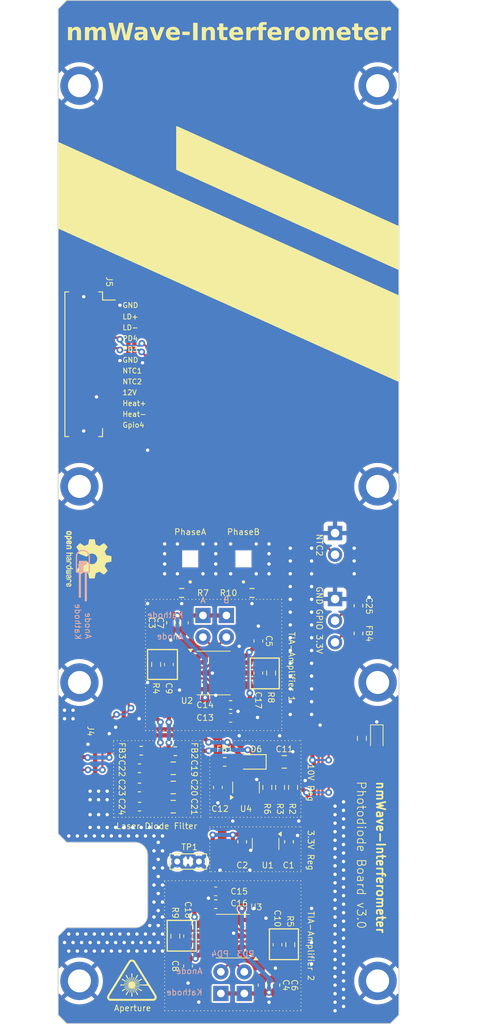
<source format=kicad_pcb>
(kicad_pcb (version 20240108) (generator "pcbnew") (generator_version "8.0")
  (layers (0 "F.Cu" signal) (31 "B.Cu" power) (34 "B.Paste" user) (35 "F.Paste" user) (36 "B.SilkS" user "B.Silkscreen") (37 "F.SilkS" user "F.Silkscreen") (38 "B.Mask" user) (39 "F.Mask" user) (44 "Edge.Cuts" user))
  (net 0 "")
  (net 1 "+10V")
  (net 2 "GND")
  (net 3 "Net-(D1-A)")
  (net 4 "Net-(D2-A)")
  (net 5 "Net-(D3-A)")
  (net 6 "Net-(D4-A)")
  (net 7 "Net-(C9-Pad2)")
  (net 8 "+12V")
  (net 9 "/LD+")
  (net 10 "+3.3V")
  (net 11 "/LD_in+")
  (net 12 "Net-(D6-A)")
  (net 13 "Net-(J1-Pad1)")
  (net 14 "/Heater+")
  (net 15 "/PD3")
  (net 16 "/NTC1")
  (net 17 "/GPIO4")
  (net 18 "/NTC2")
  (net 19 "/PD4")
  (net 20 "/Heater-")
  (net 21 "Net-(J2-Pad1)")
  (net 22 "Net-(U4-REF)")
  (net 23 "Net-(U4-K)")
  (net 24 "/LD-")
  (net 25 "Net-(J3-Pin_3)")
  (net 26 "Net-(C17-Pad2)")
  (net 27 "Net-(D5-A)")
  (net 28 "Net-(C19-Pad2)")
  (footprint "Capacitor_SMD:C_0603_1608Metric_Pad1.08x0.95mm_HandSolder" (layer "F.Cu") (at 157.1 138.6875 90)
    (property "Reference" "C1")
    (property "Value" "1µ")
  )
  (footprint "Connector_PinHeader_2.54mm:PinHeader_1x03_P2.54mm_Vertical" (layer "F.Cu") (at 162.5 110.21)
    (property "Reference" "J3" (hide yes))
    (property "Value" "Conn_GPIO")
  )
  (footprint "Resistor_SMD:R_0603_1608Metric_Pad0.98x0.95mm_HandSolder" (layer "F.Cu") (at 143.75 149.75 90)
    (property "Reference" "R9")
    (property "Value" "380K")
  )
  (footprint "MountingHole:MountingHole_2.7mm_M2.5_ISO7380_Pad" (layer "F.Cu") (at 167.5 120)
    (property "Reference" "H6" (hide yes))
    (property "Value" "MountingHole")
  )
  (footprint "Capacitor_SMD:C_0603_1608Metric_Pad1.08x0.95mm_HandSolder" (layer "F.Cu") (at 139.55 132.3125)
    (property "Reference" "C23")
    (property "Value" "0.1µF")
  )
  (footprint "Connector_Molex:Molex_PicoBlade_53261-1271_1x12-1MP_P1.25mm_Horizontal" (layer "F.Cu") (at 133.5 82.675 -90)
    (property "Reference" "J5")
    (property "Value" "Conn_01x12_MountingPin")
  )
  (footprint "Inductor_SMD:L_0603_1608Metric" (layer "F.Cu") (at 149.55 129.3125 180)
    (property "Reference" "FB1")
    (property "Value" "FerriteBead")
  )
  (footprint "Capacitor_SMD:C_0603_1608Metric_Pad1.08x0.95mm_HandSolder" (layer "F.Cu") (at 148.75 132.3125 -90)
    (property "Reference" "C12")
    (property "Value" "1µ")
  )
  (footprint "Resistor_SMD:R_0603_1608Metric_Pad0.98x0.95mm_HandSolder" (layer "F.Cu") (at 156.05 132.3125 -90)
    (property "Reference" "R3")
    (property "Value" "6.8K")
  )
  (footprint "Connector_PinHeader_2.54mm:PinHeader_1x02_P2.54mm_Vertical" (layer "F.Cu") (at 162.5 102.475)
    (property "Reference" "J6" (hide yes))
    (property "Value" "Conn_NTC2")
  )
  (footprint "ConMFH_SMD:LINX_CONMHF1-SMD-T" (layer "F.Cu") (at 151.75 105.5 180)
    (property "Reference" "J2" (hide yes))
    (property "Value" "CONMHF1-SMD-T")
  )
  (footprint "Capacitor_SMD:C_0603_1608Metric_Pad1.08x0.95mm_HandSolder" (layer "F.Cu") (at 145.25 153.25 -90)
    (property "Reference" "C8")
    (property "Value" "1µ")
  )
  (footprint "MountingHole:MountingHole_2.7mm_M2.5_ISO7380_Pad" (layer "F.Cu") (at 167.5 155)
    (property "Reference" "H8" (hide yes))
    (property "Value" "MountingHole")
  )
  (footprint "Package_SO:SOIC-8_3.9x4.9mm_P1.27mm" (layer "F.Cu") (at 148.25 118.8875)
    (property "Reference" "U2")
    (property "Value" "OPA2375")
  )
  (footprint "Resistor_SMD:R_0603_1608Metric_Pad0.98x0.95mm_HandSolder" (layer "F.Cu") (at 155 118.8875 -90)
    (property "Reference" "R8")
    (property "Value" "380K")
  )
  (footprint "Resistor_SMD:R_0603_1608Metric_Pad0.98x0.95mm_HandSolder" (layer "F.Cu") (at 154.55 132.3125 -90)
    (property "Reference" "R6")
    (property "Value" "2.2K")
  )
  (footprint "Resistor_SMD:R_0603_1608Metric_Pad0.98x0.95mm_HandSolder" (layer "F.Cu") (at 165.65 126.5475 -90)
    (property "Reference" "R1" (hide yes))
    (property "Value" "10k")
  )
  (footprint "Resistor_SMD:R_0603_1608Metric_Pad0.98x0.95mm_HandSolder" (layer "F.Cu") (at 144.5 109.5 180)
    (property "Reference" "R7")
    (property "Value" "50")
  )
  (footprint "Inductor_SMD:L_0603_1608Metric" (layer "F.Cu") (at 139.75 128 180)
    (property "Reference" "FB3")
    (property "Value" "FerriteBead")
  )
  (footprint "MountingHole:MountingHole_2.7mm_M2.5_ISO7380_Pad" (layer "F.Cu") (at 132.5 97)
    (property "Reference" "H3" (hide yes))
    (property "Value" "MountingHole")
  )
  (footprint "Capacitor_SMD:C_0603_1608Metric_Pad1.08x0.95mm_HandSolder" (layer "F.Cu") (at 145.25 149.75 -90)
    (property "Reference" "C18")
    (property "Value" "10nF")
  )
  (footprint "MountingHole:MountingHole_2.7mm_M2.5_ISO7380_Pad" (layer "F.Cu") (at 132.5 50)
    (property "Reference" "H1" (hide yes))
    (property "Value" "MountingHole")
  )
  (footprint "Capacitor_SMD:C_0805_2012Metric_Pad1.18x1.45mm_HandSolder" (layer "F.Cu") (at 143.5125 132.3125)
    (property "Reference" "C20")
    (property "Value" "10µF")
  )
  (footprint "Capacitor_SMD:C_0805_2012Metric_Pad1.18x1.45mm_HandSolder" (layer "F.Cu") (at 143.5125 134.5625)
    (property "Reference" "C21")
    (property "Value" "10µF")
  )
  (footprint "TestPoint:TestPoint_Bridge_Pitch2.54mm_Drill0.7mm" (layer "F.Cu") (at 146.52 141 180)
    (property "Reference" "TP1")
    (property "Value" "TestPoint")
  )
  (footprint "Capacitor_SMD:C_0603_1608Metric_Pad1.08x0.95mm_HandSolder" (layer "F.Cu") (at 150.25 124.1375)
    (property "Reference" "C13")
    (property "Value" "1µF")
  )
  (footprint "Capacitor_SMD:C_0603_1608Metric_Pad1.08x0.95mm_HandSolder" (layer "F.Cu") (at 154 155.5 -90)
    (property "Reference" "C4")
    (property "Value" "1µF")
  )
  (footprint "MountingHole:MountingHole_2.7mm_M2.5_ISO7380_Pad" (layer "F.Cu") (at 167.5 50)
    (property "Reference" "H2" (hide yes))
    (property "Value" "MountingHole")
  )
  (footprint "Capacitor_SMD:C_0603_1608Metric_Pad1.08x0.95mm_HandSolder" (layer "F.Cu") (at 150.25 122.6375)
    (property "Reference" "C14")
    (property "Value" "100pF")
  )
  (footprint "Inductor_SMD:L_0603_1608Metric" (layer "F.Cu") (at 143.75 128.0625)
    (property "Reference" "FB2")
    (property "Value" "FerriteBead")
  )
  (footprint "MountingHole:MountingHole_2.7mm_M2.5_ISO7380_Pad" (layer "F.Cu") (at 132.5 155)
    (property "Reference" "H7" (hide yes))
    (property "Value" "MountingHole")
  )
  (footprint "Capacitor_SMD:C_0603_1608Metric_Pad1.08x0.95mm_HandSolder" (layer "F.Cu") (at 153.5 118.8875 90)
    (property "Reference" "C17")
    (property "Value" "100pF")
  )
  (footprint "MountingHole:MountingHole_2.7mm_M2.5_ISO7380_Pad" (layer "F.Cu") (at 167.5 97)
    (property "Reference" "H4" (hide yes))
    (property "Value" "MountingHole")
  )
  (footprint "Package_TO_SOT_SMD:SOT-23" (layer "F.Cu") (at 152.05 132.3125 90)
    (property "Reference" "U4")
    (property "Value" "TL431QDBZR")
  )
  (footprint "Capacitor_SMD:C_0603_1608Metric_Pad1.08x0.95mm_HandSolder" (layer "F.Cu") (at 148.5 146 180)
    (property "Reference" "C16")
    (property "Value" "100pF")
  )
  (footprint "Package_TO_SOT_SMD:SOT-23" (layer "F.Cu") (at 154.35 138.9375 -90)
    (property "Reference" "U1")
    (property "Value" "MCP1703Ax-330xxTT")
  )
  (footprint "Capacitor_SMD:C_0603_1608Metric_Pad1.08x0.95mm_HandSolder" (layer "F.Cu") (at 143 117.8875 90)
    (property "Reference" "C9")
    (property "Value" "100pF")
  )
  (footprint "Capacitor_SMD:C_0603_1608Metric_Pad1.08x0.95mm_HandSolder" (layer "F.Cu") (at 144.75 113 90)
    (property "Reference" "C7")
    (property "Value" "1µ")
  )
  (footprint "Resistor_SMD:R_0603_1608Metric_Pad0.98x0.95mm_HandSolder" (layer "F.Cu") (at 141.5 117.8875 -90)
    (property "Reference" "R4")
    (property "Value" "380K")
  )
  (footprint "LED_SMD:LED_0603_1608Metric_Pad1.05x0.95mm_HandSolder" (layer "F.Cu") (at 167.4 126.625 -90)
    (property "Reference" "D1" (hide yes))
    (property "Value" "LED")
  )
  (footprint "Capacitor_SMD:C_0603_1608Metric_Pad1.08x0.95mm_HandSolder" (layer "F.Cu") (at 143.25 113 -90)
    (property "Reference" "C3")
    (property "Value" "100pF")
  )
  (footprint "Diode_SMD:D_SOD-323F" (layer "F.Cu") (at 152.8 129.3125 180)
    (property "Reference" "D6")
    (property "Value" "PMEG4010EJ")
  )
  (footprint "Resistor_SMD:R_0603_1608Metric_Pad0.98x0.95mm_HandSolder" (layer "F.Cu") (at 157.574 132.3125 90)
    (property "Reference" "R2")
    (property "Value" "1K")
  )
  (footprint "Resistor_SMD:R_0603_1608Metric_Pad0.98x0.95mm_HandSolder" (layer "F.Cu") (at 157.25 150.75 90)
    (property "Reference" "R5")
    (property "Value" "380K")
  )
  (footprint "Package_SO:SOIC-8_3.9x4.9mm_P1.27mm" (layer "F.Cu") (at 150.5 149.75 180)
    (property "Reference" "U3")
    (property "Value" "OPA2375")
  )
  (footprint "Symbol:OSHW-Logo2_7.3x6mm_SilkScreen" (layer "F.Cu") (at 133.5 105.5 -90)
    (property "Reference" "REF**" (hide yes))
    (property "Value" "OSHW-Logo2_7.3x6mm_SilkScreen" (hide yes))
  )
  (footprint "Capacitor_SMD:C_0603_1608Metric_Pad1.08x0.95mm_HandSolder" (layer "F.Cu") (at 165.25 111 -90)
    (property "Reference" "C25")
    (property "Value" "1µF")
  )
  (footprint "Connector_JST:JST_ZH_B8B-ZR_1x08_P1.50mm_Vertical" (layer "F.Cu") (at 132 125.75 -90)
    (property "Reference" "J4")
    (property "Value" "Conn_LaserDiode")
  )
  (footprint "MountingHole:MountingHole_2.7mm_M2.5_ISO7380_Pad" (layer "F.Cu") (at 132.5 120)
    (property "Reference" "H5" (hide yes))
    (property "Value" "MountingHole")
  )
  (footprint "Resistor_SMD:R_0603_1608Metric_Pad0.98x0.95mm_HandSolder" (layer "F.Cu") (at 152.75 109.5)
    (property "Reference" "R10")
    (property "Value" "50")
  )
  (footprint "Capacitor_SMD:C_0603_1608Metric_Pad1.08x0.95mm_HandSolder" (layer "F.Cu") (at 139.55 134.5625)
    (property "Reference" "C24")
    (property "Value" "100pF")
  )
  (footprint "Capacitor_SMD:C_0603_1608Metric_Pad1.08x0.95mm_HandSolder" (layer "F.Cu") (at 151.6 138.6875 -90)
    (property "Reference" "C2")
    (property "Value" "1µ")
  )
  (footprint "Capacitor_SMD:C_0603_1608Metric_Pad1.08x0.95mm_HandSolder" (layer "F.Cu") (at 139.55 130.0625)
    (property "Reference" "C22")
    (property "Value" "1µF")
  )
  (footprint "Capacitor_SMD:C_0603_1608Metric_Pad1.08x0.95mm_HandSolder" (layer "F.Cu") (at 153.5 115.1375 90)
    (property "Reference" "C5")
    (property "Value" "1µF")
  )
  (footprint "Capacitor_SMD:C_0805_2012Metric_Pad1.18x1.45mm_HandSolder" (layer "F.Cu") (at 143.5125 130.0625)
    (property "Reference" "C19")
    (property "Value" "10µF")
  )
  (footprint "Capacitor_SMD:C_0603_1608Metric_Pad1.08x0.95mm_HandSolder" (layer "F.Cu") (at 155.75 150.75 -90)
    (property "Reference" "C10")
    (property "Value" "10nF")
  )
  (footprint "Capacitor_SMD:C_0603_1608Metric_Pad1.08x0.95mm_HandSolder" (layer "F.Cu") (at 148.5 144.5 180)
    (property "Reference" "C15")
    (property "Value" "1µ")
  )
  (footprint "Capacitor_SMD:C_0805_2012Metric_Pad1.18x1.45mm_HandSolder" (layer "F.Cu") (at 156.55 129.3125)
    (property "Reference" "C11")
    (property "Value" "10µF")
  )
  (footprint "Inductor_SMD:L_0603_1608Metric" (layer "F.Cu") (at 165.25 114.25 90)
    (property "Reference" "FB4")
    (property "Value" "FerriteBead")
  )
  (footprint "ConMFH_SMD:LINX_CONMHF1-SMD-T" (layer "F.Cu") (at 145.5 105.5 180)
    (property "Reference" "J1" (hide yes))
    (property "Value" "CONMHF1-SMD-T")
  )
  (footprint "Capacitor_SMD:C_0603_1608Metric_Pad1.08x0.95mm_HandSolder" (layer "F.Cu") (at 155.5 155.5 90)
    (property "Reference" "C6")
    (property "Value" "100pF")
  )
  (footprint "LED_THT:LED_D3.0mm" (layer "B.Cu") (at 149.1 156.475 90)
    (property "Reference" "D5" (hide yes))
    (property "Value" "SFH229")
  )
  (footprint "LED_THT:LED_D3.0mm" (layer "B.Cu") (at 149.75 112.1375 -90)
    (property "Reference" "D4" (hide yes))
    (property "Value" "SFH229")
  )
  (footprint "LED_THT:LED_D3.0mm" (layer "B.Cu") (at 147 112.1375 -90)
    (property "Reference" "D2" (hide yes))
    (property "Value" "SFH229")
  )
  (footprint "LED_THT:LED_D3.0mm" (layer "B.Cu") (at 151.85 156.475 90)
    (property "Reference" "D3" (hide yes))
    (property "Value" "SFH229")
  )
  (gr_line (start 132.55 107.05) (end 132.55 109.95) (stroke (width 0.25)) (layer "B.SilkS"))
  (gr_arc (start 132.15 105.25) (mid 132.9 104.5) (end 133.65 105.25) (stroke (width 0.15)) (layer "B.SilkS"))
  (gr_line (start 132.15 107.05) (end 133.65 107.05) (stroke (width 0.15)) (layer "B.SilkS"))
  (gr_poly (pts (xy 132.5 107.05) (xy 132.5 105.8) (xy 133.3 105.8) (xy 133.3 106.05) (xy 132.9 106.3) (xy 132.9 107.05)) (stroke (width 0.15)) (fill solid) (layer "B.SilkS"))
  (gr_line (start 132.15 105.25) (end 132.15 107.05) (stroke (width 0.15)) (layer "B.SilkS"))
  (gr_line (start 133.65 107.05) (end 133.65 105.25) (stroke (width 0.15)) (layer "B.SilkS"))
  (gr_line (start 133.25 107.125) (end 133.25 110.375) (stroke (width 0.25)) (layer "B.SilkS"))
  (gr_rect (start 142.5 143.25) (end 158.5 158.5) (stroke (width 0.1) (type dot)) (fill none) (layer "F.SilkS"))
  (gr_rect (start 147.8 126.8125) (end 158.5 135.8125) (stroke (width 0.1) (type dot)) (fill none) (layer "F.SilkS"))
  (gr_rect (start 147.803 136.9375) (end 158.5 142.1875) (stroke (width 0.1) (type dot)) (fill none) (layer "F.SilkS"))
  (gr_rect (start 140.5 116.1375) (end 144 119.6375) (stroke (width 0.15)) (fill none) (layer "F.SilkS"))
  (gr_rect (start 140.25 110.25) (end 156.25 125.6375) (stroke (width 0.1) (type dot)) (fill none) (layer "F.SilkS"))
  (gr_rect (start 154.8 148.9) (end 158.2 152.5) (stroke (width 0.15)) (fill none) (layer "F.SilkS"))
  (gr_rect (start 152.55 117.1375) (end 155.95 120.7375) (stroke (width 0.15)) (fill none) (layer "F.SilkS"))
  (gr_rect (start 142.8 147.9) (end 146.2 151.5) (stroke (width 0.15)) (fill none) (layer "F.SilkS"))
  (gr_poly (pts (xy 130 56.674373) (xy 170 74.674373) (xy 170 84.674373) (xy 130 66.674373)) (stroke (width 0.15)) (fill solid) (layer "F.SilkS"))
  (gr_poly (pts (xy 138.654452 152.494517) (xy 138.677834 152.495313) (xy 138.702296 152.496555) (xy 138.725958 152.498698) (xy 138.748847 152.50175) (xy 138.770989 152.50572) (xy 138.792413 152.510616) (xy 138.813144 152.516447) (xy 138.833209 152.52322) (xy 138.852636 152.530944) (xy 138.87145 152.539627) (xy 138.88968 152.549277) (xy 138.907352 152.559903) (xy 138.924492 152.571513) (xy 138.941128 152.584115) (xy 138.957287 152.597718) (xy 138.972995 152.612329) (xy 138.988279 152.627958) (xy 139.003156 152.646498) (xy 139.026864 152.679706) (xy 139.095876 152.782651) (xy 139.185525 152.921844) (xy 139.286023 153.082335) (xy 139.699479 153.752613) (xy 140.697928 155.367498) (xy 141.023355 155.89549) (xy 141.254523 156.272505) (xy 141.40764 156.525033) (xy 141.459993 156.612893) (xy 141.49891 156.679566) (xy 141.526417 156.728363) (xy 141.54454 156.762596) (xy 141.555303 156.785576) (xy 141.560734 156.800614) (xy 141.565044 156.818671) (xy 141.568457 156.836842) (xy 141.570986 156.855101) (xy 141.572643 156.873421) (xy 141.573442 156.891774) (xy 141.573394 156.910135) (xy 141.572513 156.928477) (xy 141.57081 156.946773) (xy 141.5683 156.964997) (xy 141.564994 156.983122) (xy 141.560905 157.001122) (xy 141.556046 157.018969) (xy 141.550429 157.036637) (xy 141.544068 157.0541) (xy 141.536974 157.071331) (xy 141.52916 157.088303) (xy 141.52064 157.10499) (xy 141.511425 157.121366) (xy 141.501529 157.137402) (xy 141.490964 157.153074) (xy 141.479742 157.168354) (xy 141.467877 157.183215) (xy 141.455381 157.197632) (xy 141.442267 157.211577) (xy 141.428547 157.225024) (xy 141.414234 157.237946) (xy 141.39934 157.250317) (xy 141.383879 157.26211) (xy 141.367863 157.273298) (xy 141.351305 157.283855) (xy 141.334217 157.293754) (xy 141.316612 157.302969) (xy 141.246056 157.336835) (xy 136.067279 157.336835) (xy 136.000956 157.305791) (xy 135.983463 157.297189) (xy 135.966448 157.287808) (xy 135.949926 157.27768) (xy 135.933912 157.266837) (xy 135.918421 157.255309) (xy 135.903468 157.243128) (xy 135.875235 157.216935) (xy 135.849334 157.18851) (xy 135.825885 157.158104) (xy 135.805007 157.12597) (xy 135.78682 157.09236) (xy 135.771445 157.057527) (xy 135.759 157.021722) (xy 135.749607 156.985198) (xy 135.743384 156.948207) (xy 135.7415 156.929615) (xy 135.740453 156.911) (xy 135.740283 156.894794) (xy 135.982463 156.894794) (xy 135.982612 156.906447) (xy 135.982731 156.913557) (xy 135.983089 156.920597) (xy 135.983682 156.927564) (xy 135.984508 156.934454) (xy 135.985566 156.941263) (xy 135.986853 156.947988) (xy 135.988368 156.954625) (xy 135.990108 156.961171) (xy 135.992072 156.967622) (xy 135.994256 156.973974) (xy 135.99666 156.980224) (xy 135.999281 156.986367) (xy 136.002116 156.992401) (xy 136.005165 156.998322) (xy 136.008424 157.004127) (xy 136.011892 157.00981) (xy 136.015567 157.01537) (xy 136.019447 157.020802) (xy 136.023529 157.026103) (xy 136.027812 157.031269) (xy 136.032293 157.036297) (xy 136.03697 157.041182) (xy 136.041842 157.045922) (xy 136.046906 157.050512) (xy 136.05216 157.054949) (xy 136.057602 157.05923) (xy 136.06323 157.063351) (xy 136.069043 157.067307) (xy 136.075037 157.071097) (xy 136.081211 157.074715) (xy 136.087562 157.078159) (xy 136.09409 157.081424) (xy 136.122825 157.088471) (xy 136.190883 157.093882) (xy 136.532945 157.100651) (xy 138.656667 157.104002) (xy 140.017111 157.103451) (xy 140.462399 157.102439) (xy 140.78039 157.100651) (xy 140.898522 157.099398) (xy 140.993076 157.09787) (xy 141.066804 157.09604) (xy 141.122452 157.093882) (xy 141.162772 157.091368) (xy 141.190511 157.088471) (xy 141.208419 157.085166) (xy 141.214546 157.083351) (xy 141.219246 157.081424) (xy 141.232125 157.074715) (xy 141.244293 157.067307) (xy 141.255734 157.05923) (xy 141.26643 157.050512) (xy 141.276366 157.041182) (xy 141.285524 157.031269) (xy 141.293889 157.020802) (xy 141.301443 157.00981) (xy 141.30817 156.998322) (xy 141.314055 156.986367) (xy 141.319079 156.973974) (xy 141.323227 156.961171) (xy 141.326482 156.947988) (xy 141.328827 156.934454) (xy 141.330246 156.920597) (xy 141.330723 156.906447) (xy 141.328755 156.883866) (xy 141.325644 156.870768) (xy 141.320537 156.855448) (xy 141.302595 156.815091) (xy 141.271457 156.756692) (xy 141.22365 156.674151) (xy 141.155701 156.561364) (xy 140.94549 156.220646) (xy 140.668736 155.775088) (xy 140.580563 155.634462) (xy 140.554758 155.594063) (xy 140.543323 155.57718) (xy 140.539435 155.573867) (xy 140.532657 155.570783) (xy 140.508001 155.565163) (xy 140.464494 155.56004) (xy 140.397273 155.555131) (xy 140.172245 155.544834) (xy 139.794023 155.532024) (xy 139.50964 155.52283) (xy 139.275793 155.516678) (xy 139.116558 155.513966) (xy 139.072444 155.514024) (xy 139.06058 155.514429) (xy 139.056012 155.515091) (xy 139.051962 155.520074) (xy 139.049935 155.524994) (xy 139.049714 155.52744) (xy 139.050037 155.529884) (xy 139.052374 155.53478) (xy 139.057051 155.539718) (xy 139.064173 155.544733) (xy 139.073846 155.549858) (xy 139.086175 155.555131) (xy 139.101265 155.560586) (xy 139.119223 155.566257) (xy 139.16416 155.578392) (xy 139.221831 155.591817) (xy 139.293078 155.606813) (xy 139.384294 155.626128) (xy 139.461883 155.642796) (xy 139.517511 155.655232) (xy 139.534486 155.659366) (xy 139.542845 155.661846) (xy 139.545111 155.662773) (xy 139.547145 155.663971) (xy 139.548947 155.665446) (xy 139.550518 155.667204) (xy 139.551858 155.669252) (xy 139.552966 155.671595) (xy 139.553842 155.674239) (xy 139.554487 155.677192) (xy 139.5549 155.680459) (xy 139.555082 155.684047) (xy 139.555033 155.687961) (xy 139.554751 155.692208) (xy 139.554239 155.696793) (xy 139.553495 155.701724) (xy 139.552519 155.707007) (xy 139.551312 155.712647) (xy 139.549669 155.721477) (xy 139.547961 155.729844) (xy 139.546252 155.73755) (xy 139.544609 155.744396) (xy 139.543099 155.750184) (xy 139.541787 155.754715) (xy 139.541226 155.756447) (xy 139.54074 155.757791) (xy 139.540336 155.758721) (xy 139.540023 155.759213) (xy 139.534442 155.758202) (xy 139.519452 155.754296) (xy 139.465411 155.738928) (xy 139.386234 155.715358) (xy 139.290256 155.685835) (xy 139.25097 155.673854) (xy 139.216008 155.663274) (xy 139.185097 155.654042) (xy 139.157965 155.646104) (xy 139.134338 155.639406) (xy 139.113945 155.633894) (xy 139.104875 155.631567) (xy 139.096511 155.629516) (xy 139.088819 155.627734) (xy 139.081765 155.626216) (xy 139.075314 155.624954) (xy 139.069433 155.623941) (xy 139.064087 155.623172) (xy 139.059242 155.622639) (xy 139.054864 155.622335) (xy 139.05092 155.622253) (xy 139.047374 155.622388) (xy 139.044194 155.622732) (xy 139.041344 155.623279) (xy 139.038791 155.624021) (xy 139.0365 155.624953) (xy 139.034437 155.626067) (xy 139.032569 155.627357) (xy 139.030861 155.628816) (xy 139.02928 155.630437) (xy 139.02779 155.632213) (xy 139.025972 155.634592) (xy 139.024232 155.636954) (xy 139.022578 155.639282) (xy 139.021021 155.641562) (xy 139.019571 155.643775) (xy 139.01824 155.645905) (xy 139.017037 155.647936) (xy 139.015972 155.649852) (xy 139.015056 155.651635) (xy 139.014299 155.653269) (xy 139.013711 155.654738) (xy 139.013485 155.655406) (xy 139.013304 155.656026) (xy 139.013171 155.656596) (xy 139.013086 155.657114) (xy 139.013052 155.657579) (xy 139.01307 155.657988) (xy 139.01314 155.658339) (xy 139.013264 155.65863) (xy 139.013443 155.658859) (xy 139.013679 155.659024) (xy 139.425723 155.876336) (xy 139.585884 155.960826) (xy 139.718529 156.031557) (xy 139.809898 156.081123) (xy 139.835805 156.095653) (xy 139.846235 156.102113) (xy 139.847202 156.10315) (xy 139.847991 156.104403) (xy 139.848604 156.105868) (xy 139.849043 156.107537) (xy 139.849413 156.111465) (xy 139.849123 156.116136) (xy 139.848196 156.121502) (xy 139.846656 156.127513) (xy 139.844525 156.134119) (xy 139.841825 156.141271) (xy 139.838579 156.148919) (xy 139.83481 156.157014) (xy 139.830542 156.165506) (xy 139.825795 156.174344) (xy 139.820594 156.183481) (xy 139.814961 156.192865) (xy 139.808919 156.202448) (xy 139.80249 156.21218) (xy 139.799571 156.213968) (xy 139.794417 156.213982) (xy 139.786879 156.212136) (xy 139.776803 156.208343) (xy 139.74844 156.194568) (xy 139.708122 156.171963) (xy 139.65464 156.139833) (xy 139.586788 156.097483) (xy 139.403145 155.979346) (xy 139.000979 155.71688) (xy 139.000044 155.71638) (xy 138.999095 155.715936) (xy 138.998132 155.715549) (xy 138.997156 155.715218) (xy 138.996169 155.714941) (xy 138.995171 155.714719) (xy 138.994165 155.714549) (xy 138.993151 155.714432) (xy 138.992132 155.714367) (xy 138.991107 155.714353) (xy 138.990078 155.714389) (xy 138.989048 155.714474) (xy 138.988016 155.714607) (xy 138.986984 155.714789) (xy 138.985954 155.715017) (xy 138.984927 155.715292) (xy 138.983904 155.715612) (xy 138.982887 155.715977) (xy 138.981876 155.716386) (xy 138.980873 155.716838) (xy 138.978897 155.717869) (xy 138.976968 155.719063) (xy 138.975097 155.720413) (xy 138.973294 155.721915) (xy 138.97157 155.723562) (xy 138.969934 155.725347) (xy 138.969043 155.726642) (xy 138.96849 155.728153) (xy 138.968435 155.731859) (xy 138.969835 155.736537) (xy 138.972756 155.742258) (xy 138.977265 155.749095) (xy 138.983428 155.757121) (xy 138.99131 155.766408) (xy 139.000979 155.777028) (xy 139.025938 155.802558) (xy 139.058834 155.834289) (xy 139.100197 155.872799) (xy 139.150556 155.918669) (xy 139.34529 156.095058) (xy 139.308601 156.133158) (xy 139.30135 156.140867) (xy 139.294512 156.147996) (xy 139.288236 156.154366) (xy 139.285356 156.157208) (xy 139.282672 156.159792) (xy 139.280203 156.162095) (xy 139.277967 156.164095) (xy 139.275984 156.165767) (xy 139.274271 156.16709) (xy 139.273522 156.167614) (xy 139.272848 156.168042) (xy 139.272251 156.168371) (xy 139.271733 156.168598) (xy 139.271297 156.168721) (xy 139.270944 156.168737) (xy 139.270678 156.168643) (xy 139.270501 156.168435) (xy 139.219525 156.112344) (xy 139.165527 156.053341) (xy 139.099756 155.982169) (xy 139.072344 155.952377) (xy 139.047212 155.925407) (xy 139.024291 155.901203) (xy 139.003514 155.879709) (xy 138.984812 155.860869) (xy 138.976219 155.852426) (xy 138.968118 155.844627) (xy 138.960502 155.837463) (xy 138.953362 155.830927) (xy 138.94669 155.825014) (xy 138.940477 155.819715) (xy 138.934715 155.815023) (xy 138.929395 155.810933) (xy 138.924508 155.807436) (xy 138.920046 155.804526) (xy 138.916001 155.802196) (xy 138.912364 155.800438) (xy 138.909126 155.799247) (xy 138.907655 155.798861) (xy 138.90628 155.798614) (xy 138.905 155.798505) (xy 138.903815 155.798533) (xy 138.902724 155.798698) (xy 138.901725 155.798997) (xy 138.900817 155.799432) (xy 138.9 155.8) (xy 138.899272 155.8007) (xy 138.898632 155.801533) (xy 138.898079 155.802496) (xy 138.897612 155.80359) (xy 138.89723 155.804813) (xy 138.896931 155.806164) (xy 138.896582 155.809248) (xy 138.896556 155.812836) (xy 138.901867 155.823468) (xy 138.917084 155.848951) (xy 138.972933 155.937719) (xy 139.055505 156.065645) (xy 139.1562 156.219235) (xy 139.415846 156.610113) (xy 139.35799 156.645391) (xy 139.351927 156.648745) (xy 139.345932 156.65192) (xy 139.34004 156.6549) (xy 139.334287 156.657672) (xy 139.328708 156.66022) (xy 139.323338 156.662531) (xy 139.318211 156.664589) (xy 139.313363 156.666381) (xy 139.30883 156.667892) (xy 139.304646 156.669107) (xy 139.300846 156.670012) (xy 139.297466 156.670592) (xy 139.295945 156.670756) (xy 139.294541 156.670834) (xy 139.29326 156.670823) (xy 139.292106 156.670722) (xy 139.291083 156.670529) (xy 139.290196 156.670242) (xy 139.289448 156.66986) (xy 139.288846 156.66938) (xy 139.221465 156.548201) (xy 139.071534 156.271447) (xy 138.992143 156.123376) (xy 138.960155 156.063884) (xy 138.93276 156.013191) (xy 138.920658 155.990934) (xy 138.909549 155.970626) (xy 138.899385 155.952181) (xy 138.890113 155.935517) (xy 138.881682 155.920548) (xy 138.874042 155.907191) (xy 138.86714 155.895363) (xy 138.860926 155.884978) (xy 138.855349 155.875954) (xy 138.850357 155.868206) (xy 138.848065 155.864784) (xy 138.8459 155.86165) (xy 138.843856 155.858793) (xy 138.841926 155.856202) (xy 138.840104 155.853868) (xy 138.838383 155.851779) (xy 138.836758 155.849925) (xy 138.835222 155.848295) (xy 138.833768 155.84688) (xy 138.832391 155.845668) (xy 138.831082 155.84465) (xy 138.829837 155.843814) (xy 138.828649 155.84315) (xy 138.827512 155.842647) (xy 138.826418 155.842296) (xy 138.825362 155.842085) (xy 138.824338 155.842005) (xy 138.823338 155.842044) (xy 138.822357 155.842192) (xy 138.821387 155.842438) (xy 138.820424 155.842773) (xy 138.81946 155.843186) (xy 138.817503 155.844201) (xy 138.813301 155.846702) (xy 138.811256 155.84892) (xy 138.809903 155.852476) (xy 138.809273 155.857483) (xy 138.809398 155.864054) (xy 138.810309 155.872304) (xy 138.812036 155.882346) (xy 138.818063 155.908262) (xy 138.827729 155.94271) (xy 138.841281 155.9866) (xy 138.858966 156.040843) (xy 138.881034 156.106346) (xy 138.965701 156.353291) (xy 138.921957 156.368813) (xy 138.917479 156.37035) (xy 138.91306 156.371782) (xy 138.908723 156.373101) (xy 138.904494 156.374303) (xy 138.900397 156.375381) (xy 138.896457 156.376329) (xy 138.892699 156.37714) (xy 138.889148 156.377809) (xy 138.885828 156.378329) (xy 138.882765 156.378694) (xy 138.879983 156.378897) (xy 138.877506 156.378933) (xy 138.875361 156.378796) (xy 138.87442 156.37866) (xy 138.873571 156.378479) (xy 138.872817 156.378251) (xy 138.872161 156.377975) (xy 138.871607 156.377652) (xy 138.871156 156.37728) (xy 138.870071 156.375482) (xy 138.868422 156.371236) (xy 138.863572 156.355915) (xy 138.848579 156.301609) (xy 138.828294 156.222697) (xy 138.804834 156.127513) (xy 138.795526 156.088726) (xy 138.787124 156.054218) (xy 138.77954 156.023736) (xy 138.772687 155.997029) (xy 138.769508 155.985012) (xy 138.76648 155.973845) (xy 138.763591 155.963494) (xy 138.760831 155.95393) (xy 138.758188 155.94512) (xy 138.755653 155.937033) (xy 138.753213 155.929638) (xy 138.750859 155.922902) (xy 138.748579 155.916795) (xy 138.746363 155.911284) (xy 138.7442 155.906339) (xy 138.742078 155.901928) (xy 138.739988 155.898019) (xy 138.737917 155.894581) (xy 138.735856 155.891582) (xy 138.733794 155.888991) (xy 138.731719 155.886776) (xy 138.72962 155.884906) (xy 138.727488 155.883349) (xy 138.72531 155.882074) (xy 138.723077 155.881048) (xy 138.720777 155.880242) (xy 138.7184 155.879622) (xy 138.715934 155.879158) (xy 138.703471 155.876471) (xy 138.698577 155.876066) (xy 138.694547 155.877504) (xy 138.69136 155.881695) (xy 138.688996 155.889551) (xy 138.687434 155.901983) (xy 138.686654 155.919904) (xy 138.687354 155.975855) (xy 138.690931 156.064697) (xy 138.706056 156.370224) (xy 138.720873 156.67132) (xy 138.727223 156.810491) (xy 138.727066 156.814265) (xy 138.726564 156.81766) (xy 138.72567 156.820695) (xy 138.724335 156.82339) (xy 138.723487 156.824615) (xy 138.722512 156.825762) (xy 138.721403 156.826833) (xy 138.720154 156.82783) (xy 138.717213 156.829613) (xy 138.713641 156.831129) (xy 138.709392 156.832397) (xy 138.704417 156.833436) (xy 138.698668 156.834263) (xy 138.6921 156.834899) (xy 138.684663 156.835361) (xy 138.67631 156.835668) (xy 138.656667 156.835891) (xy 138.647038 156.835824) (xy 138.63824 156.835618) (xy 138.634144 156.835462) (xy 138.630244 156.835268) (xy 138.626538 156.835037) (xy 138.623021 156.834767) (xy 138.619691 156.834457) (xy 138.616543 156.834108) (xy 138.613573 156.833718) (xy 138.610779 156.833287) (xy 138.608156 156.832813) (xy 138.605702 156.832295) (xy 138.603411 156.831734) (xy 138.601281 156.831128) (xy 138.599309 156.830477) (xy 138.59749 156.82978) (xy 138.595821 156.829035) (xy 138.594298 156.828243) (xy 138.592917 156.827402) (xy 138.591676 156.826512) (xy 138.59057 156.825571) (xy 138.589596 156.82458) (xy 138.58875 156.823537) (xy 138.588028 156.822442) (xy 138.587428 156.821293) (xy 138.586944 156.82009) (xy 138.586575 156.818833) (xy 138.586315 156.81752) (xy 138.586162 156.816151) (xy 138.586112 156.814724) (xy 138.592638 156.666558) (xy 138.60869 156.340591) (xy 138.616252 156.163937) (xy 138.621566 156.018505) (xy 138.623173 155.962126) (xy 138.623969 155.91911) (xy 138.623873 155.891306) (xy 138.623464 155.883689) (xy 138.622801 155.880569) (xy 138.617835 155.876479) (xy 138.61297 155.874307) (xy 138.610566 155.873961) (xy 138.608175 155.874119) (xy 138.605795 155.87479) (xy 138.60342 155.875982) (xy 138.598673 155.879962) (xy 138.593903 155.886125) (xy 138.58908 155.894536) (xy 138.584172 155.905263) (xy 138.579148 155.918371) (xy 138.573977 155.933926) (xy 138.568629 155.951995) (xy 138.563071 155.972643) (xy 138.551206 156.021944) (xy 138.538134 156.082357) (xy 138.517257 156.186248) (xy 138.50875 156.227927) (xy 138.501291 156.263399) (xy 138.497898 156.278956) (xy 138.4947 156.29314) (xy 138.491674 156.306012) (xy 138.488798 156.31763) (xy 138.486048 156.328054) (xy 138.483404 156.337344) (xy 138.480841 156.34556) (xy 138.478338 156.352762) (xy 138.475873 156.359008) (xy 138.473422 156.364359) (xy 138.470963 156.368874) (xy 138.469724 156.370837) (xy 138.468474 156.372614) (xy 138.467212 156.374211) (xy 138.465933 156.375637) (xy 138.464635 156.376898) (xy 138.463316 156.378003) (xy 138.461972 156.378959) (xy 138.460602 156.379773) (xy 138.459201 156.380453) (xy 138.457767 156.381006) (xy 138.456298 156.381439) (xy 138.45479 156.381761) (xy 138.451648 156.382098) (xy 138.448318 156.382077) (xy 138.444778 156.381758) (xy 138.441005 156.3812) (xy 138.436978 156.380463) (xy 138.428068 156.378691) (xy 138.423359 156.377881) (xy 138.418771 156.377045) (xy 138.414329 156.376189) (xy 138.410054 156.375317) (xy 138.405969 156.374438) (xy 138.402097 156.373556) (xy 138.398461 156.372679) (xy 138.395083 156.371812) (xy 138.391986 156.370961) (xy 138.389193 156.370133) (xy 138.386727 156.369335) (xy 138.38461 156.368571) (xy 138.382865 156.367848) (xy 138.381514 156.367174) (xy 138.380995 156.366856) (xy 138.380582 156.366553) (xy 138.380279 156.366264) (xy 138.38009 156.365991) (xy 138.379968 156.364209) (xy 138.380635 156.360005) (xy 138.384191 156.344824) (xy 138.39914 156.290849) (xy 138.422555 156.212003) (xy 138.452056 156.116224) (xy 138.475081 156.041105) (xy 138.484495 156.009887) (xy 138.492582 155.982522) (xy 138.499395 155.958728) (xy 138.502342 155.948083) (xy 138.50499 155.938226) (xy 138.507346 155.929121) (xy 138.509418 155.920733) (xy 138.511212 155.913027) (xy 138.512734 155.905969) (xy 138.513992 155.899522) (xy 138.514992 155.893652) (xy 138.515741 155.888323) (xy 138.516246 155.883501) (xy 138.516512 155.87915) (xy 138.516548 155.875236) (xy 138.51636 155.871722) (xy 138.515953 155.868574) (xy 138.515337 155.865757) (xy 138.514516 155.863236) (xy 138.513497 155.860975) (xy 138.512288 155.858939) (xy 138.510895 155.857093) (xy 138.509324 155.855403) (xy 138.507584 155.853832) (xy 138.505679 155.852346) (xy 138.503316 155.850529) (xy 138.500999 155.848788) (xy 138.49874 155.847134) (xy 138.496551 155.845577) (xy 138.494444 155.844128) (xy 138.492433 155.842796) (xy 138.490529 155.841593) (xy 138.488745 155.840528) (xy 138.487094 155.839612) (xy 138.485587 155.838855) (xy 138.484237 155.838268) (xy 138.483625 155.838041) (xy 138.483057 155.83786) (xy 138.482534 155.837727) (xy 138.482058 155.837643) (xy 138.481631 155.837609) (xy 138.481254 155.837626) (xy 138.480929 155.837696) (xy 138.480657 155.83782) (xy 138.480439 155.837999) (xy 138.480278 155.838235) (xy 138.414838 155.96012) (xy 138.261556 156.25028) (xy 138.177066 156.409846) (xy 138.106334 156.542556) (xy 138.056769 156.634257) (xy 138.042239 156.660304) (xy 138.035779 156.670791) (xy 138.034742 156.671759) (xy 138.033488 156.672548) (xy 138.032024 156.67316) (xy 138.030355 156.673599) (xy 138.026427 156.673969) (xy 138.021756 156.673679) (xy 138.01639 156.672753) (xy 138.010379 156.671213) (xy 138.003772 156.669081) (xy 137.99662 156.666381) (xy 137.988972 156.663136) (xy 137.980878 156.659367) (xy 137.972386 156.655098) (xy 137.963547 156.650352) (xy 137.954411 156.645151) (xy 137.945027 156.639518) (xy 137.935444 156.633476) (xy 137.925712 156.627047) (xy 137.923941 156.624111) (xy 137.923976 156.618908) (xy 137.925904 156.611286) (xy 137.929813 156.601095) (xy 137.943919 156.572402) (xy 137.966987 156.53162) (xy 137.999713 156.477543) (xy 138.04279 156.408964) (xy 138.162778 156.223468) (xy 138.261667 156.070672) (xy 138.343224 155.94301) (xy 138.399118 155.853978) (xy 138.414836 155.828165) (xy 138.421012 155.817069) (xy 138.421116 155.816147) (xy 138.421163 155.815234) (xy 138.421154 155.814331) (xy 138.421092 155.813439) (xy 138.420977 155.812558) (xy 138.42081 155.811689) (xy 138.420594 155.810833) (xy 138.420328 155.809991) (xy 138.420016 155.809163) (xy 138.419656 155.808351) (xy 138.419252 155.807554) (xy 138.418804 155.806775) (xy 138.418314 155.806013) (xy 138.417783 155.805269) (xy 138.417212 155.804544) (xy 138.416602 155.80384) (xy 138.415955 155.803155) (xy 138.415273 155.802493) (xy 138.413805 155.801235) (xy 138.412209 155.800072) (xy 138.410495 155.799011) (xy 138.408673 155.798057) (xy 138.406755 155.797217) (xy 138.404749 155.796496) (xy 138.402667 155.795902) (xy 138.399505 155.796568) (xy 138.394829 155.799044) (xy 138.388715 155.803257) (xy 138.381236 155.809131) (xy 138.362484 155.825568) (xy 138.339167 155.84776) (xy 138.311882 155.875112) (xy 138.281224 155.907027) (xy 138.247787 155.942911) (xy 138.212168 155.982169) (xy 138.042834 156.171257) (xy 137.972279 156.100702) (xy 138.056945 156.020269) (xy 138.098485 155.980736) (xy 138.14902 155.933662) (xy 138.202202 155.884736) (xy 138.251679 155.839646) (xy 138.266584 155.825914) (xy 138.280102 155.813263) (xy 138.292269 155.801649) (xy 138.303118 155.791029) (xy 138.312686 155.781361) (xy 138.321008 155.772599) (xy 138.324712 155.768546) (xy 138.328118 155.764702) (xy 138.33123 155.761064) (xy 138.334052 155.757626) (xy 138.336589 155.754382) (xy 138.338846 155.751326) (xy 138.340825 155.748455) (xy 138.342533 155.745761) (xy 138.343973 155.74324) (xy 138.345149 155.740886) (xy 138.346067 155.738693) (xy 138.34673 155.736658) (xy 138.347143 155.734772) (xy 138.347311 155.733033) (xy 138.347237 155.731433) (xy 138.346926 155.729968) (xy 138.346383 155.728633) (xy 138.345611 155.727421) (xy 138.344616 155.726327) (xy 138.343401 155.725347) (xy 138.339625 155.724152) (xy 138.333501 155.724853) (xy 138.324897 155.727526) (xy 138.31368 155.732248) (xy 138.282878 155.748142) (xy 138.240037 155.773148) (xy 138.1841 155.807877) (xy 138.114007 155.852942) (xy 137.927123 155.976524) (xy 137.52919 156.241813) (xy 137.493912 156.182547) (xy 137.490309 156.176484) (xy 137.486917 156.170492) (xy 137.483748 156.164607) (xy 137.480815 156.158867) (xy 137.47813 156.153308) (xy 137.475705 156.147969) (xy 137.473553 156.142886) (xy 137.471687 156.138097) (xy 137.470118 156.133638) (xy 137.468859 156.129547) (xy 137.467923 156.125862) (xy 137.467321 156.122618) (xy 137.46715 156.121174) (xy 137.467067 156.119855) (xy 137.467074 156.118664) (xy 137.467172 156.117608) (xy 137.467364 156.11669) (xy 137.46765 156.115915) (xy 137.468032 156.115288) (xy 137.468512 156.114813) (xy 137.50412 156.093823) (xy 137.593572 156.044258) (xy 137.880556 155.889035) (xy 138.167541 155.734695) (xy 138.256992 155.686034) (xy 138.292601 155.66608) (xy 138.293113 155.665658) (xy 138.293593 155.665189) (xy 138.294038 155.664675) (xy 138.29445 155.664117) (xy 138.294828 155.663518) (xy 138.295171 155.66288) (xy 138.29548 155.662204) (xy 138.295754 155.661494) (xy 138.296196 155.659975) (xy 138.296495 155.658341) (xy 138.29665 155.656607) (xy 138.296658 155.654791) (xy 138.296517 155.652909) (xy 138.296225 155.650977) (xy 138.29578 155.649012) (xy 138.295181 155.64703) (xy 138.294424 155.645048) (xy 138.293508 155.643083) (xy 138.29243 155.641151) (xy 138.29119 155.639269) (xy 138.28907 155.636942) (xy 138.28581 155.635275) (xy 138.281293 155.634299) (xy 138.275403 155.634043) (xy 138.268025 155.63454) (xy 138.259043 155.635821) (xy 138.235804 155.640856) (xy 138.204759 155.649397) (xy 138.164983 155.661692) (xy 138.11555 155.677989) (xy 138.055534 155.698535) (xy 137.890787 155.755332) (xy 137.835269 155.774735) (xy 137.817812 155.78103) (xy 137.80859 155.784613) (xy 137.805479 155.785736) (xy 137.803971 155.786145) (xy 137.802493 155.786452) (xy 137.801044 155.786653) (xy 137.799623 155.78675) (xy 137.798228 155.786739) (xy 137.79686 155.78662) (xy 137.795516 155.786391) (xy 137.794196 155.786052) (xy 137.792899 155.7856) (xy 137.791623 155.785035) (xy 137.790368 155.784355) (xy 137.789133 155.783559) (xy 137.787917 155.782646) (xy 137.786718 155.781615) (xy 137.785535 155.780463) (xy 137.784368 155.77919) (xy 137.782076 155.776276) (xy 137.779834 155.772862) (xy 137.777633 155.768937) (xy 137.775466 155.764491) (xy 137.773323 155.759514) (xy 137.771197 155.753995) (xy 137.769079 155.747924) (xy 137.767541 155.743199) (xy 137.766108 155.738562) (xy 137.764781 155.734037) (xy 137.763566 155.729646) (xy 137.762467 155.725412) (xy 137.761488 155.721358) (xy 137.760633 155.717507) (xy 137.759906 155.713881) (xy 137.759312 155.710503) (xy 137.758854 155.707396) (xy 137.758536 155.704583) (xy 137.758363 155.702085) (xy 137.758339 155.699927) (xy 137.758468 155.69813) (xy 137.758591 155.697375) (xy 137.758753 155.696718) (xy 137.758957 155.696163) (xy 137.759201 155.695713) (xy 137.765711 155.693445) (xy 137.781382 155.688944) (xy 137.836106 155.67437) (xy 137.915173 155.65424) (xy 138.010379 155.630802) (xy 138.049398 155.621494) (xy 138.084079 155.613089) (xy 138.114679 155.605498) (xy 138.141458 155.598633) (xy 138.153495 155.595445) (xy 138.164673 155.592405) (xy 138.175024 155.589501) (xy 138.184582 155.586724) (xy 138.193378 155.584061) (xy 138.201445 155.581502) (xy 138.208814 155.579036) (xy 138.215519 155.576651) (xy 138.221591 155.574336) (xy 138.227063 155.57208) (xy 138.231967 155.569873) (xy 138.236336 155.567702) (xy 138.240201 155.565557) (xy 138.243595 155.563427) (xy 138.24655 155.5613) (xy 138.249099 155.559166) (xy 138.251274 155.557014) (xy 138.253107 155.554831) (xy 138.25463 155.552608) (xy 138.255876 155.550333) (xy 138.256877 155.547995) (xy 138.257666 155.545583) (xy 138.258274 155.543085) (xy 138.258734 155.540491) (xy 138.261636 155.528433) (xy 138.262328 155.523658) (xy 138.261314 155.519699) (xy 138.257696 155.516542) (xy 138.250574 155.514173) (xy 138.239049 155.512577) (xy 138.222222 155.511739) (xy 138.169065 155.512282) (xy 138.083911 155.515686) (xy 137.788834 155.530613) (xy 137.488973 155.54543) (xy 137.388784 155.55006) (xy 137.341512 155.55178) (xy 137.33479 155.551732) (xy 137.328875 155.551526) (xy 137.323718 155.551073) (xy 137.319265 155.550281) (xy 137.317287 155.549729) (xy 137.315465 155.549058) (xy 137.313794 155.548257) (xy 137.312267 155.547315) (xy 137.310878 155.54622) (xy 137.309619 155.54496) (xy 137.308485 155.543525) (xy 137.307469 155.541902) (xy 137.306565 155.540081) (xy 137.305765 155.538051) (xy 137.305065 155.535799) (xy 137.304457 155.533314) (xy 137.303491 155.527602) (xy 137.302817 155.520824) (xy 137.302382 155.512888) (xy 137.302136 155.503703) (xy 137.302001 155.481224) (xy 137.302054 155.470898) (xy 137.302224 155.461582) (xy 137.302531 155.453229) (xy 137.302742 155.449399) (xy 137.302993 155.445792) (xy 137.303288 155.442402) (xy 137.303629 155.439223) (xy 137.304017 155.43625) (xy 137.304457 155.433475) (xy 137.304948 155.430894) (xy 137.305495 155.4285) (xy 137.3061 155.426288) (xy 137.306763 155.424251) (xy 137.307489 155.422383) (xy 137.30828 155.420679) (xy 137.309137 155.419133) (xy 137.310062 155.417738) (xy 137.31106 155.416489) (xy 137.312131 155.41538) (xy 137.313277 155.414405) (xy 137.314503 155.413557) (xy 137.315808 155.412832) (xy 137.317197 155.412222) (xy 137.318671 155.411723) (xy 137.320232 155.411327) (xy 137.321884 155.41103) (xy 137.323628 155.410826) (xy 137.325466 155.410707) (xy 137.327401 155.410669) (xy 137.760612 155.431835) (xy 137.933366 155.440627) (xy 138.002517 155.44407) (xy 138.061289 155.446872) (xy 138.087042 155.448032) (xy 138.110512 155.44903) (xy 138.131801 155.449865) (xy 138.151013 155.450538) (xy 138.168253 155.451047) (xy 138.183623 155.451393) (xy 138.197227 155.451574) (xy 138.209169 155.451591) (xy 138.219553 155.451442) (xy 138.228481 155.451127) (xy 138.232432 155.450907) (xy 138.236059 155.450646) (xy 138.239373 155.450343) (xy 138.242388 155.449998) (xy 138.245117 155.449611) (xy 138.247573 155.449182) (xy 138.24977 155.448712) (xy 138.251718 155.448199) (xy 138.253433 155.447644) (xy 138.254926 155.447047) (xy 138.256211 155.446408) (xy 138.257301 155.445726) (xy 138.258208 155.445002) (xy 138.258946 155.444236) (xy 138.259528 155.443427) (xy 138.259965 155.442575) (xy 138.260272 155.441681) (xy 138.260462 155.440744) (xy 138.260547 155.439765) (xy 138.26054 155.438742) (xy 138.260454 155.437677) (xy 138.260302 155.436569) (xy 138.259853 155.434223) (xy 138.258734 155.429013) (xy 138.257624 155.425601) (xy 138.255278 155.422222) (xy 138.251584 155.418843) (xy 138.246431 155.415431) (xy 138.239707 155.411953) (xy 138.2313 155.408376) (xy 138.221099 155.404666) (xy 138.208993 155.400791) (xy 138.178615 155.392413) (xy 138.139275 155.382976) (xy 138.090079 155.372216) (xy 138.030134 155.359869) (xy 137.932608 155.339573) (xy 137.893739 155.331381) (xy 137.860845 155.324238) (xy 137.846492 155.321001) (xy 137.833457 155.317956) (xy 137.821682 155.315078) (xy 137.811109 155.312343) (xy 137.801678 155.309728) (xy 137.793333 155.30721) (xy 137.786013 155.304764) (xy 137.779662 155.302366) (xy 137.77422 155.299993) (xy 137.769629 155.297621) (xy 137.767635 155.296429) (xy 137.765831 155.295227) (xy 137.764211 155.294014) (xy 137.762767 155.292786) (xy 137.761493 155.291541) (xy 137.760379 155.290275) (xy 137.759421 155.288985) (xy 137.758609 155.287669) (xy 137.757937 155.286324) (xy 137.757398 155.284946) (xy 137.756984 155.283533) (xy 137.756687 155.282081) (xy 137.756419 155.279051) (xy 137.756535 155.275832) (xy 137.756977 155.2724) (xy 137.757685 155.268731) (xy 137.762023 155.251214) (xy 137.762832 155.246504) (xy 137.763666 155.241917) (xy 137.765374 155.2332) (xy 137.767083 155.225243) (xy 137.768726 155.218228) (xy 137.770236 155.212339) (xy 137.771548 155.207755) (xy 137.772109 155.20601) (xy 137.772595 155.20466) (xy 137.772999 155.203728) (xy 137.773312 155.203235) (xy 137.77883 155.204247) (xy 137.793641 155.208152) (xy 137.847042 155.22352) (xy 137.925315 155.24709) (xy 138.020256 155.276613) (xy 138.069957 155.291912) (xy 138.116763 155.305872) (xy 138.159634 155.318211) (xy 138.197527 155.328648) (xy 138.229401 155.336903) (xy 138.254214 155.342693) (xy 138.263647 155.344576) (xy 138.270924 155.345738) (xy 138.275915 155.346144) (xy 138.277513 155.346052) (xy 138.27849 155.345758) (xy 138.284315 155.340965) (xy 138.28732 155.335464) (xy 138.287233 155.329073) (xy 138.283781 155.321614) (xy 138.276691 155.312907) (xy 138.26569 155.302771) (xy 138.250506 155.291027) (xy 138.230865 155.277495) (xy 138.177121 155.244348) (xy 138.102277 155.20189) (xy 138.00415 155.148684) (xy 137.880556 155.083291) (xy 137.723284 154.999837) (xy 137.592866 154.930009) (xy 137.50293 154.881083) (xy 137.4774 154.866732) (xy 137.467101 154.860336) (xy 137.466133 154.859299) (xy 137.465344 154.858045) (xy 137.464731 154.856581) (xy 137.464292 154.854912) (xy 137.463923 154.850984) (xy 137.464212 154.846312) (xy 137.465139 154.840946) (xy 137.466679 154.834935) (xy 137.468811 154.828329) (xy 137.471511 154.821177) (xy 137.474756 154.813529) (xy 137.478525 154.805434) (xy 137.482794 154.796943) (xy 137.48754 154.788104) (xy 137.492741 154.778968) (xy 137.498374 154.769583) (xy 137.504416 154.76) (xy 137.510845 154.750268) (xy 137.513597 154.748762) (xy 137.518769 154.749064) (xy 137.5265 154.751264) (xy 137.536929 154.75545) (xy 137.566432 154.770137) (xy 137.608388 154.793837) (xy 137.663904 154.82726) (xy 137.734087 154.871117) (xy 137.92289 154.99298) (xy 138.003508 155.045392) (xy 138.079148 155.093985) (xy 138.148141 155.137715) (xy 138.208816 155.175543) (xy 138.259503 155.206424) (xy 138.298532 155.229319) (xy 138.313153 155.237446) (xy 138.324232 155.243185) (xy 138.331563 155.246406) (xy 138.333756 155.247032) (xy 138.334934 155.24698) (xy 138.339293 155.243595) (xy 138.342224 155.239682) (xy 138.343111 155.237475) (xy 138.343588 155.235074) (xy 138.343639 155.232458) (xy 138.343247 155.229606) (xy 138.341061 155.223112) (xy 138.336894 155.215428) (xy 138.330606 155.206389) (xy 138.322058 155.195827) (xy 138.311112 155.183579) (xy 138.297631 155.169479) (xy 138.262505 155.135061) (xy 138.215571 155.091251) (xy 138.155723 155.036724) (xy 137.966634 154.867391) (xy 138.001912 154.832113) (xy 138.035779 154.798247) (xy 138.078112 154.839169) (xy 138.105122 154.866972) (xy 138.148138 154.91237) (xy 138.200945 154.969145) (xy 138.257323 155.03108) (xy 138.275654 155.051345) (xy 138.292584 155.069839) (xy 138.308166 155.086608) (xy 138.322455 155.101702) (xy 138.335503 155.115166) (xy 138.347364 155.127049) (xy 138.358093 155.137399) (xy 138.367743 155.146262) (xy 138.376367 155.153686) (xy 138.380312 155.156874) (xy 138.38402 155.15972) (xy 138.387499 155.16223) (xy 138.390755 155.16441) (xy 138.393795 155.166266) (xy 138.396626 155.167803) (xy 138.399255 155.169029) (xy 138.401687 155.169949) (xy 138.40393 155.170568) (xy 138.405991 155.170893) (xy 138.407877 155.17093) (xy 138.409593 155.170684) (xy 138.411147 155.170161) (xy 138.412545 155.169369) (xy 138.414099 155.166233) (xy 138.413932 155.160952) (xy 138.411941 155.153364) (xy 138.408025 155.143307) (xy 138.394016 155.115146) (xy 138.371094 155.075177) (xy 138.338448 155.022111) (xy 138.295269 154.954659) (xy 138.240745 154.87153) (xy 138.174068 154.771435) (xy 138.074143 154.62124) (xy 137.991682 154.494858) (xy 137.959645 154.44473) (xy 137.935149 154.405517) (xy 137.919252 154.378871) (xy 137.914859 154.370778) (xy 137.913012 154.366447) (xy 137.912681 154.365111) (xy 137.912482 154.363752) (xy 137.912412 154.362367) (xy 137.912472 154.360959) (xy 137.91266 154.359527) (xy 137.912975 154.358072) (xy 137.913416 154.356593) (xy 137.913982 154.355091) (xy 137.915486 154.35202) (xy 137.917477 154.34886) (xy 137.919948 154.345613) (xy 137.92289 154.342281) (xy 137.926295 154.338867) (xy 137.930155 154.335372) (xy 137.934461 154.331798) (xy 137.939206 154.328148) (xy 137.94438 154.324423) (xy 137.949977 154.320627) (xy 137.955986 154.31676) (xy 137.962401 154.312824) (xy 138.018845 154.28178) (xy 138.068234 154.369269) (xy 138.15537 154.530664) (xy 138.295423 154.792602) (xy 138.319827 154.83795) (xy 138.342293 154.87936) (xy 138.362898 154.916963) (xy 138.381721 154.950889) (xy 138.398841 154.981268) (xy 138.414337 155.008229) (xy 138.428286 155.031904) (xy 138.440767 155.052423) (xy 138.45186 155.069915) (xy 138.461642 155.084512) (xy 138.470192 155.096343) (xy 138.47403 155.101262) (xy 138.477589 155.105538) (xy 138.480879 155.109188) (xy 138.48391 155.112228) (xy 138.486693 155.114674) (xy 138.489236 155.116543) (xy 138.49155 155.11785) (xy 138.493644 155.118613) (xy 138.495528 155.118847) (xy 138.497212 155.118569) (xy 138.498254 155.118143) (xy 138.499262 155.117662) (xy 138.500236 155.117127) (xy 138.501175 155.11654) (xy 138.502079 155.115904) (xy 138.502948 155.11522) (xy 138.50378 155.114491) (xy 138.504576 155.113718) (xy 138.505335 155.112904) (xy 138.506056 155.112051) (xy 138.507382 155.110234) (xy 138.508551 155.108286) (xy 138.509559 155.106222) (xy 138.510402 155.104058) (xy 138.511075 155.101812) (xy 138.511574 155.0995) (xy 138.511896 155.097138) (xy 138.512036 155.094743) (xy 138.51199 155.092331) (xy 138.511754 155.08992) (xy 138.511323 155.087525) (xy 138.43283 154.859277) (xy 138.353279 154.633146) (xy 138.352156 154.630036) (xy 138.351747 154.628528) (xy 138.35144 154.62705) (xy 138.351238 154.625601) (xy 138.351142 154.624179) (xy 138.351153 154.622785) (xy 138.351272 154.621417) (xy 138.351501 154.620073) (xy 138.35184 154.618753) (xy 138.352292 154.617455) (xy 138.352857 154.61618) (xy 138.353537 154.614925) (xy 138.354332 154.61369) (xy 138.355246 154.612473) (xy 138.356277 154.611274) (xy 138.357429 154.610092) (xy 138.358702 154.608925) (xy 138.361616 154.606633) (xy 138.36503 154.604391) (xy 138.368955 154.60219) (xy 138.373401 154.600023) (xy 138.378378 154.59788) (xy 138.383897 154.595754) (xy 138.389968 154.593636) (xy 138.394693 154.592099) (xy 138.39933 154.590667) (xy 138.403855 154.589347) (xy 138.408246 154.588145) (xy 138.412479 154.587067) (xy 138.416533 154.58612) (xy 138.420384 154.585308) (xy 138.42401 154.58464) (xy 138.427388 154.58412) (xy 138.430496 154.583755) (xy 138.433309 154.583551) (xy 138.435807 154.583515) (xy 138.437965 154.583653) (xy 138.43891 154.583788) (xy 138.439762 154.58397) (xy 138.440517 154.584198) (xy 138.441174 154.584473) (xy 138.441729 154.584797) (xy 138.442179 154.585169) (xy 138.443249 154.586966) (xy 138.444852 154.591213) (xy 138.449543 154.606534) (xy 138.464051 154.660839) (xy 138.483851 154.739751) (xy 138.50709 154.834935) (xy 138.516398 154.873955) (xy 138.524803 154.908635) (xy 138.532394 154.939236) (xy 138.539259 154.966014) (xy 138.542447 154.978051) (xy 138.545487 154.989229) (xy 138.54839 154.999581) (xy 138.551168 155.009139) (xy 138.55383 155.017935) (xy 138.55639 155.026001) (xy 138.558856 155.033371) (xy 138.561241 155.040076) (xy 138.563556 155.046148) (xy 138.565812 155.05162) (xy 138.56802 155.056524) (xy 138.57019 155.060892) (xy 138.572335 155.064757) (xy 138.574465 155.068151) (xy 138.576592 155.071107) (xy 138.578726 155.073656) (xy 138.580879 155.07583) (xy 138.583061 155.077663) (xy 138.585284 155.079187) (xy 138.587559 155.080433) (xy 138.589897 155.081434) (xy 138.59231 155.082223) (xy 138.594807 155.082831) (xy 138.597401 155.083291) (xy 138.609864 155.086036) (xy 138.614758 155.086503) (xy 138.618788 155.085143) (xy 138.621975 155.081038) (xy 138.624339 155.07327) (xy 138.625901 155.060921) (xy 138.626681 155.043074) (xy 138.625981 154.987214) (xy 138.622404 154.898347) (xy 138.607279 154.592224) (xy 138.592462 154.290952) (xy 138.587832 154.193365) (xy 138.586112 154.150546) (xy 138.586269 154.147021) (xy 138.586771 154.143844) (xy 138.587665 154.140997) (xy 138.589 154.138464) (xy 138.589848 154.13731) (xy 138.590823 154.136229) (xy 138.591932 154.135218) (xy 138.593181 154.134275) (xy 138.596122 154.132585) (xy 138.599694 154.131144) (xy 138.603943 154.129934) (xy 138.608918 154.128939) (xy 138.614666 154.128142) (xy 138.621235 154.127528) (xy 138.628672 154.127079) (xy 138.637025 154.126778) (xy 138.656667 154.126558) (xy 138.666994 154.12661) (xy 138.67631 154.126778) (xy 138.684663 154.127079) (xy 138.688493 154.127284) (xy 138.6921 154.127528) (xy 138.69549 154.127813) (xy 138.698668 154.128142) (xy 138.701642 154.128517) (xy 138.704417 154.128939) (xy 138.706998 154.129411) (xy 138.709392 154.129934) (xy 138.711604 154.130511) (xy 138.713641 154.131144) (xy 138.715509 154.131834) (xy 138.717213 154.132585) (xy 138.718759 154.133398) (xy 138.720154 154.134275) (xy 138.721403 154.135218) (xy 138.722512 154.136229) (xy 138.723487 154.13731) (xy 138.724335 154.138464) (xy 138.72506 154.139692) (xy 138.72567 154.140997) (xy 138.726169 154.14238) (xy 138.726564 154.143844) (xy 138.726861 154.14539) (xy 138.727066 154.147021) (xy 138.727185 154.148739) (xy 138.727223 154.150546) (xy 138.706056 154.59928) (xy 138.697728 154.773048) (xy 138.694466 154.841978) (xy 138.691813 154.900133) (xy 138.689772 154.948407) (xy 138.688346 154.987696) (xy 138.687865 155.004251) (xy 138.687541 155.018895) (xy 138.687372 155.03174) (xy 138.687359 155.042898) (xy 138.687504 155.052481) (xy 138.687806 155.0606) (xy 138.688267 155.067369) (xy 138.688886 155.072898) (xy 138.689665 155.077299) (xy 138.690114 155.079112) (xy 138.690603 155.080684) (xy 138.691132 155.082031) (xy 138.691701 155.083166) (xy 138.69231 155.084103) (xy 138.69296 155.084856) (xy 138.69365 155.085439) (xy 138.69438 155.085866) (xy 138.69515 155.086151) (xy 138.695962 155.086308) (xy 138.696813 155.08635) (xy 138.697706 155.086293) (xy 138.699613 155.085934) (xy 138.703917 155.08463) (xy 138.706315 155.083909) (xy 138.708879 155.083291) (xy 138.712292 155.08213) (xy 138.715681 155.079625) (xy 138.719086 155.075657) (xy 138.722549 155.070106) (xy 138.726111 155.062851) (xy 138.729814 155.053773) (xy 138.737806 155.029669) (xy 138.746857 154.996833) (xy 138.757297 154.954306) (xy 138.769457 154.901131) (xy 138.783667 154.836346) (xy 138.794143 154.787236) (xy 138.804239 154.741118) (xy 138.813706 154.699003) (xy 138.822297 154.661898) (xy 138.829763 154.630812) (xy 138.835857 154.606754) (xy 138.84033 154.590733) (xy 138.841881 154.586052) (xy 138.842934 154.583757) (xy 138.844583 154.582545) (xy 138.8466 154.581547) (xy 138.848956 154.580756) (xy 138.851622 154.580164) (xy 138.854568 154.579761) (xy 138.857768 154.579541) (xy 138.864807 154.579612) (xy 138.872507 154.580312) (xy 138.880638 154.581575) (xy 138.888966 154.583333) (xy 138.897262 154.585522) (xy 138.905293 154.588074) (xy 138.912828 154.590924) (xy 138.919636 154.594005) (xy 138.925484 154.597251) (xy 138.927977 154.598916) (xy 138.930142 154.600597) (xy 138.931952 154.602287) (xy 138.933378 154.603976) (xy 138.93439 154.605657) (xy 138.93496 154.607322) (xy 138.935058 154.608962) (xy 138.934657 154.610569) (xy 138.906302 154.700042) (xy 138.854929 154.867038) (xy 138.805672 155.029272) (xy 138.783667 155.104458) (xy 138.7837 155.104858) (xy 138.783798 155.105267) (xy 138.783958 155.105682) (xy 138.78418 155.106103) (xy 138.784802 155.10696) (xy 138.785652 155.107831) (xy 138.786716 155.108711) (xy 138.787984 155.109592) (xy 138.789441 155.11047) (xy 138.791076 155.111337) (xy 138.792876 155.112187) (xy 138.79483 155.113015) (xy 138.796924 155.113814) (xy 138.799146 155.114578) (xy 138.801484 155.1153) (xy 138.803925 155.115975) (xy 138.806457 155.116596) (xy 138.809068 155.117157) (xy 138.813313 155.11726) (xy 138.818221 155.11527) (xy 138.82396 155.11091) (xy 138.830698 155.103906) (xy 138.838601 155.093984) (xy 138.847837 155.080868) (xy 138.87098 155.043956) (xy 138.901465 154.990971) (xy 138.940632 154.919712) (xy 139.050367 154.71358) (xy 139.206824 154.420069) (xy 139.256544 154.328214) (xy 139.271094 154.302147) (xy 139.277557 154.291658) (xy 139.278593 154.29069) (xy 139.279847 154.289901) (xy 139.281311 154.289288) (xy 139.282981 154.288849) (xy 139.286908 154.288479) (xy 139.29158 154.288769) (xy 139.296946 154.289696) (xy 139.302957 154.291236) (xy 139.309563 154.293367) (xy 139.316715 154.296067) (xy 139.324363 154.299313) (xy 139.332458 154.303081) (xy 139.340949 154.30735) (xy 139.349788 154.312097) (xy 139.358924 154.317298) (xy 139.368309 154.322931) (xy 139.377891 154.328973) (xy 139.387623 154.335402) (xy 139.38941 154.338322) (xy 139.389417 154.343483) (xy 139.387552 154.351041) (xy 139.383721 154.361155) (xy 139.369789 154.389675) (xy 139.346877 154.430299) (xy 139.314243 154.484285) (xy 139.27114 154.55289) (xy 139.150556 154.73898) (xy 139.051668 154.891777) (xy 138.970111 155.019438) (xy 138.914217 155.10847) (xy 138.898499 155.134284) (xy 138.892323 155.14538) (xy 138.89222 155.146302) (xy 138.892173 155.147214) (xy 138.892181 155.148117) (xy 138.892243 155.14901) (xy 138.892358 155.149891) (xy 138.892525 155.150759) (xy 138.892741 155.151615) (xy 138.893007 155.152457) (xy 138.89332 155.153285) (xy 138.893679 155.154098) (xy 138.894083 155.154894) (xy 138.894531 155.155674) (xy 138.895021 155.156436) (xy 138.895552 155.15718) (xy 138.896123 155.157904) (xy 138.896733 155.158609) (xy 138.89738 155.159293) (xy 138.898062 155.159956) (xy 138.89953 155.161214) (xy 138.901126 155.162376) (xy 138.90284 155.163438) (xy 138.904662 155.164392) (xy 138.90658 155.165232) (xy 138.908586 155.165952) (xy 138.910668 155.166546) (xy 138.91383 155.165881) (xy 138.918506 155.163405) (xy 138.92462 155.159192) (xy 138.932099 155.153317) (xy 138.950851 155.13688) (xy 138.974167 155.114688) (xy 139.001453 155.087337) (xy 139.032111 155.055421) (xy 139.065548 155.019537) (xy 139.101167 154.98028) (xy 139.270501 154.791191) (xy 139.308601 154.82788) (xy 139.34529 154.863157) (xy 139.150556 155.042369) (xy 139.125165 155.065578) (xy 139.101876 155.087083) (xy 139.080641 155.106935) (xy 139.061414 155.125183) (xy 139.044146 155.141877) (xy 139.02879 155.157066) (xy 139.015299 155.170799) (xy 139.003624 155.183127) (xy 138.993719 155.194099) (xy 138.985536 155.203765) (xy 138.982076 155.208123) (xy 138.979028 155.212173) (xy 138.976386 155.215922) (xy 138.974145 155.219375) (xy 138.9723 155.222539) (xy 138.970843 155.225419) (xy 138.969769 155.228023) (xy 138.969072 155.230355) (xy 138.968746 155.232423) (xy 138.968785 155.234233) (xy 138.969183 155.235791) (xy 138.969934 155.237102) (xy 138.972091 155.239148) (xy 138.974887 155.240506) (xy 138.978365 155.241148) (xy 138.982568 155.241049) (xy 138.98754 155.24018) (xy 138.993325 155.238516) (xy 138.999965 155.236029) (xy 139.007505 155.232692) (xy 139.015987 155.228479) (xy 139.025455 155.223363) (xy 139.035953 155.217317) (xy 139.047523 155.210313) (xy 139.074056 155.193327) (xy 139.105401 155.172191) (xy 139.339623 155.016704) (xy 139.555722 154.875505) (xy 139.715993 154.772935) (xy 139.763411 154.743742) (xy 139.776879 154.736001) (xy 139.782734 154.733335) (xy 139.783428 154.733409) (xy 139.784186 154.733628) (xy 139.785884 154.734485) (xy 139.78781 154.735875) (xy 139.789944 154.737767) (xy 139.792269 154.740131) (xy 139.794764 154.742935) (xy 139.797413 154.746148) (xy 139.800197 154.749739) (xy 139.806092 154.757933) (xy 139.812301 154.767268) (xy 139.818676 154.777496) (xy 139.825068 154.788369) (xy 139.856112 154.843402) (xy 139.810957 154.871624) (xy 139.667552 154.949235) (xy 139.387623 155.098813) (xy 139.292968 155.149831) (xy 139.213792 155.193159) (xy 139.17976 155.2121) (xy 139.1493 155.229311) (xy 139.122312 155.244855) (xy 139.098698 155.258798) (xy 139.078358 155.271203) (xy 139.061194 155.282133) (xy 139.047104 155.291655) (xy 139.035992 155.29983) (xy 139.031521 155.303433) (xy 139.027757 155.306724) (xy 139.024687 155.30971) (xy 139.0223 155.312401) (xy 139.020582 155.314802) (xy 139.019522 155.316924) (xy 139.019106 155.318773) (xy 139.019323 155.320357) (xy 139.020133 155.322439) (xy 139.020971 155.324447) (xy 139.021835 155.326373) (xy 139.022719 155.328207) (xy 139.023619 155.329942) (xy 139.024532 155.331569) (xy 139.025453 155.333081) (xy 139.026379 155.334469) (xy 139.026842 155.335114) (xy 139.027304 155.335724) (xy 139.027765 155.3363) (xy 139.028225 155.336839) (xy 139.028683 155.337341) (xy 139.029138 155.337805) (xy 139.02959 155.33823) (xy 139.030039 155.338614) (xy 139.030483 155.338957) (xy 139.030923 155.339258) (xy 139.031357 155.339515) (xy 139.031786 155.339727) (xy 139.032209 155.339895) (xy 139.032625 155.340016) (xy 139.033033 155.340089) (xy 139.033434 155.340113) (xy 139.104299 155.317139) (xy 139.25639 155.265324) (xy 139.414831 155.210335) (xy 139.504745 155.177836) (xy 139.507856 155.176713) (xy 139.509364 155.176303) (xy 139.510842 155.175997) (xy 139.512291 155.175795) (xy 139.513712 155.175699) (xy 139.515107 155.17571) (xy 139.516475 155.175829) (xy 139.517819 155.176058) (xy 139.519139 155.176397) (xy 139.520436 155.176849) (xy 139.521712 155.177414) (xy 139.522967 155.178093) (xy 139.524202 155.178889) (xy 139.525419 155.179802) (xy 139.526618 155.180834) (xy 139.5278 155.181986) (xy 139.528967 155.183258) (xy 139.531259 155.186172) (xy 139.533501 155.189587) (xy 139.535702 155.193512) (xy 139.537869 155.197958) (xy 139.540012 155.202935) (xy 139.542138 155.208454) (xy 139.544256 155.214524) (xy 139.545793 155.21925) (xy 139.547225 155.223887) (xy 139.548545 155.228412) (xy 139.549747 155.232803) (xy 139.550825 155.237036) (xy 139.551772 155.24109) (xy 139.552584 155.244941) (xy 139.553252 155.248567) (xy 139.553772 155.251945) (xy 139.554137 155.255052) (xy 139.554341 155.257866) (xy 139.554377 155.260363) (xy 139.554239 155.262522) (xy 139.554104 155.263467) (xy 139.553922 155.264318) (xy 139.553694 155.265074) (xy 139.553419 155.26573) (xy 139.553095 155.266285) (xy 139.552723 155.266735) (xy 139.546274 155.269469) (xy 139.530763 155.27432) (xy 139.476523 155.289313) (xy 139.397942 155.309598) (xy 139.302956 155.333058) (xy 139.263007 155.342583) (xy 139.227636 155.351121) (xy 139.19656 155.358774) (xy 139.169496 155.365645) (xy 139.15738 155.368821) (xy 139.146162 155.371839) (xy 139.135804 155.374714) (xy 139.126273 155.377458) (xy 139.117532 155.380084) (xy 139.109546 155.382606) (xy 139.102281 155.385035) (xy 139.095699 155.387385) (xy 139.089767 155.389669) (xy 139.084449 155.3919) (xy 139.079709 155.394091) (xy 139.075511 155.396254) (xy 139.071821 155.398403) (xy 139.068603 155.40055) (xy 139.065822 155.402709) (xy 139.063442 155.404892) (xy 139.061428 155.407112) (xy 139.059745 155.409382) (xy 139.058356 155.411716) (xy 139.057227 155.414125) (xy 139.056323 155.416623) (xy 139.055607 155.419223) (xy 139.055045 155.421937) (xy 139.054601 155.42478) (xy 139.048957 155.457235) (xy 139.252156 155.448769) (xy 139.537201 155.437127) (xy 139.940779 155.423369) (xy 140.286501 155.410139) (xy 140.392819 155.405311) (xy 140.422282 155.403517) (xy 140.430206 155.402796) (xy 140.433256 155.402202) (xy 140.431476 155.397776) (xy 140.425363 155.386106) (xy 140.401859 155.344346) (xy 140.366184 155.283536) (xy 140.321778 155.210291) (xy 139.542845 153.950169) (xy 139.294752 153.548672) (xy 139.111729 153.252793) (xy 139.041307 153.139267) (xy 138.983177 153.045914) (xy 138.936016 152.970656) (xy 138.898497 152.911415) (xy 138.869296 152.866114) (xy 138.8574 152.848042) (xy 138.847088 152.832676) (xy 138.838192 152.819757) (xy 138.830547 152.809024) (xy 138.823989 152.800218) (xy 138.81835 152.79308) (xy 138.813466 152.787349) (xy 138.809171 152.782766) (xy 138.805298 152.779072) (xy 138.801684 152.776006) (xy 138.78649 152.764835) (xy 138.781632 152.761483) (xy 138.776339 152.758306) (xy 138.764551 152.752483) (xy 138.751342 152.747379) (xy 138.736925 152.743007) (xy 138.721515 152.73938) (xy 138.705329 152.736508) (xy 138.68858 152.734406) (xy 138.671484 152.733085) (xy 138.654256 152.732558) (xy 138.637111 152.732837) (xy 138.620263 152.733935) (xy 138.603927 152.735864) (xy 138.58832 152.738635) (xy 138.573655 152.742263) (xy 138.560147 152.746759) (xy 138.548012 152.752136) (xy 138.529359 152.761603) (xy 138.510971 152.776014) (xy 138.485703 152.806135) (xy 138.446412 152.862731) (xy 138.385955 152.956567) (xy 138.297187 153.098409) (xy 138.006145 153.569169) (xy 136.833512 155.467113) (xy 136.54333 155.935781) (xy 136.426963 156.123901) (xy 136.327893 156.284345) (xy 136.244731 156.419463) (xy 136.176088 156.531606) (xy 136.146778 156.579797) (xy 136.120576 156.623124) (xy 136.097309 156.661883) (xy 136.076804 156.696367) (xy 136.058886 156.72687) (xy 136.043383 156.753686) (xy 136.030121 156.777108) (xy 136.018926 156.79743) (xy 136.009624 156.814946) (xy 136.002042 156.82995) (xy 135.996006 156.842735) (xy 135.991343 156.853596) (xy 135.987879 156.862826) (xy 135.986542 156.866921) (xy 135.98544 156.870719) (xy 135.98455 156.874255) (xy 135.983852 156.877568) (xy 135.982943 156.883668) (xy 135.982537 156.889312) (xy 135.982463 156.894794) (xy 135.740283 156.894794) (xy 135.740258 156.892395) (xy 135.740931 156.873831) (xy 135.742487 156.855339) (xy 135.744941 156.836952) (xy 135.748307 156.818699) (xy 135.752601 156.800614) (xy 135.767969 156.766816) (xy 135.803842 156.700887) (xy 135.93922 156.469531) (xy 136.16297 156.100327) (xy 136.479323 155.587058) (xy 137.730979 153.562113) (xy 137.946239 153.215333) (xy 138.130147 152.923585) (xy 138.26299 152.717563) (xy 138.304102 152.65629) (xy 138.325056 152.627958) (xy 138.334207 152.618439) (xy 138.344151 152.60896) (xy 138.354822 152.599559) (xy 138.366155 152.590276) (xy 138.378083 152.581151) (xy 138.390541 152.572221) (xy 138.403461 152.563528) (xy 138.416779 152.555109) (xy 138.430427 152.547004) (xy 138.44434 152.539253) (xy 138.458451 152.531895) (xy 138.472694 152.524969) (xy 138.487004 152.518513) (xy 138.501313 152.512569) (xy 138.515556 152.507174) (xy 138.529668 152.502369) (xy 138.533905 152.501096) (xy 138.539159 152.499924) (xy 138.552422 152.497893) (xy 138.568859 152.496292) (xy 138.587876 152.495137) (xy 138.608877 152.494445) (xy 138.631267 152.494233)) (stroke (width -0.000001)) (fill solid) (layer "F.SilkS"))
  (gr_rect (start 136.5 126.8125) (end 146.747 135.8125) (stroke (width 0.1) (type dot)) (fill none) (layer "F.SilkS"))
  (gr_poly (pts (xy 143.928917 54.818013) (xy 169.981289 66.54158) (xy 169.981289 71.54158) (xy 143.928917 59.818013)) (stroke (width 0.15)) (fill solid) (layer "F.SilkS"))
  (gr_line (start 130 41) (end 130 137.75) (stroke (width 0.1)) (layer "Edge.Cuts"))
  (gr_line (start 170 159) (end 170 41) (stroke (width 0.1)) (layer "Edge.Cuts"))
  (gr_line (start 131 138.75) (end 130 137.75) (stroke (width 0.1)) (layer "Edge.Cuts"))
  (gr_line (start 131 148.75) (end 138.999999 148.75) (stroke (width 0.1)) (layer "Edge.Cuts"))
  (gr_line (start 140.5 147.249999) (end 140.5 140.250001) (stroke (width 0.1)) (layer "Edge.Cuts"))
  (gr_line (start 131 160) (end 169 160) (stroke (width 0.1)) (layer "Edge.Cuts"))
  (gr_line (start 170 41) (end 169 40) (stroke (width 0.1)) (layer "Edge.Cuts"))
  (gr_line (start 131 40) (end 130 41) (stroke (width 0.1)) (layer "Edge.Cuts"))
  (gr_line (start 130 149.75) (end 130 159) (stroke (width 0.1)) (layer "Edge.Cuts"))
  (gr_line (start 131 148.75) (end 130 149.75) (stroke (width 0.1)) (layer "Edge.Cuts"))
  (gr_arc (start 138.999999 138.75) (mid 140.06066 139.18934) (end 140.5 140.250001) (stroke (width 0.1)) (layer "Edge.Cuts"))
  (gr_line (start 169 40) (end 131 40) (stroke (width 0.1)) (layer "Edge.Cuts"))
  (gr_arc (start 140.5 147.249999) (mid 140.06066 148.31066) (end 138.999999 148.75) (stroke (width 0.1)) (layer "Edge.Cuts"))
  (gr_line (start 138.999999 138.75) (end 131 138.75) (stroke (width 0.1)) (layer "Edge.Cuts"))
  (gr_line (start 170 159) (end 169 160) (stroke (width 0.1)) (layer "Edge.Cuts"))
  (gr_line (start 130 159) (end 131 160) (stroke (width 0.1)) (layer "Edge.Cuts"))
  (gr_text "B" (at 149.75 110.75 0) (layer "B.SilkS") (effects (font (size 0.7 0.7) (thickness 0.1) (bold yes)) (justify bottom mirror)))
  (gr_text "PD3" (at 152 152.25 0) (layer "B.SilkS") (effects (font (size 0.7 0.7) (thickness 0.1) (bold yes)) (justify bottom mirror)))
  (gr_text "Anode" (at 144.75 115 0) (layer "B.SilkS") (effects (font (size 0.7 0.7) (thickness 0.1) (bold yes)) (justify left bottom mirror)))
  (gr_text "PD4" (at 149 152.25 0) (layer "B.SilkS") (effects (font (size 0.7 0.7) (thickness 0.1) (bold yes)) (justify bottom mirror)))
  (gr_text "A" (at 147 110.75 0) (layer "B.SilkS") (effects (font (size 0.7 0.7) (thickness 0.1) (bold yes)) (justify bottom mirror)))
  (gr_text "Kathode" (at 147 156.75 0) (layer "B.SilkS") (effects (font (size 0.7 0.7) (thickness 0.1) (bold yes)) (justify left bottom mirror)))
  (gr_text "Kathode" (at 131.9 115.05 -90) (layer "B.SilkS") (effects (font (size 0.7 0.7) (thickness 0.1) (bold yes)) (justify left bottom mirror)))
  (gr_text "Kathode" (at 144.75 112.5 0) (layer "B.SilkS") (effects (font (size 0.7 0.7) (thickness 0.1) (bold yes)) (justify left bottom mirror)))
  (gr_text "Anode" (at 133.1 114.95 -90) (layer "B.SilkS") (effects (font (size 0.7 0.7) (thickness 0.1) (bold yes)) (justify left bottom mirror)))
  (gr_text "Anode" (at 147 154.25 0) (layer "B.SilkS") (effects (font (size 0.7 0.7) (thickness 0.1) (bold yes)) (justify left bottom mirror)))
  (gr_text "NTC2" (at 137.5 85.07 -0) (layer "F.SilkS") (effects (font (size 0.6 0.6) (thickness 0.1) (bold yes)) (justify left bottom)))
  (gr_text "PD3" (at 137.5 81.26 -0) (layer "F.SilkS") (effects (font (size 0.6 0.6) (thickness 0.1) (bold yes)) (justify left bottom)))
  (gr_text "LD-" (at 137.5 78.72 -0) (layer "F.SilkS") (effects (font (size 0.6 0.6) (thickness 0.1) (bold yes)) (justify left bottom)))
  (gr_text "GND" (at 137.5 82.53 -0) (layer "F.SilkS") (effects (font (size 0.6 0.6) (thickness 0.1) (bold yes)) (justify left bottom)))
  (gr_text "TIA-Amplifier 2" (at 159.25 146.75 -90) (layer "F.SilkS") (effects (font (size 0.7 0.7) (thickness 0.1) (bold yes)) (justify left bottom)))
  (gr_text "LD+" (at 137.5 77.45 -0) (layer "F.SilkS") (effects (font (size 0.6 0.6) (thickness 0.1) (bold yes)) (justify left bottom)))
  (gr_text "PhaseB" (at 151.75 102.75 0) (layer "F.SilkS") (effects (font (size 0.7 0.7) (thickness 0.1) (bold yes)) (justify bottom)))
  (gr_text "NTC2" (at 160.25 102.5 270) (layer "F.SilkS") (effects (font (size 0.7 0.7) (thickness 0.1) (bold yes)) (justify left bottom)))
  (gr_text "Heat+" (at 137.5 87.61 -0) (layer "F.SilkS") (effects (font (size 0.6 0.6) (thickness 0.1) (bold yes)) (justify left bottom)))
  (gr_text "nmWave-Interferometer\n" (at 167.274 131.5 270) (layer "F.SilkS") (effects (font (size 1 1) (thickness 0.2) (bold yes)) (justify left bottom)))
  (gr_text "GND" (at 137.5 76.11 -0) (layer "F.SilkS") (effects (font (size 0.6 0.6) (thickness 0.1) (bold yes)) (justify left bottom)))
  (gr_text "12V" (at 137.5 86.34 -0) (layer "F.SilkS") (effects (font (size 0.6 0.6) (thickness 0.1) (bold yes)) (justify left bottom)))
  (gr_text "Heat-" (at 137.5 88.88 -0) (layer "F.SilkS") (effects (font (size 0.6 0.6) (thickness 0.1) (bold yes)) (justify left bottom)))
  (gr_text "nmWave-Interferometer\n" (at 150 45 0) (layer "F.SilkS") (effects (font (size 2 2) (thickness 0.2) (bold yes)) (justify bottom)))
  (gr_text "3.3V Reg" (at 159.25 137.25 -90) (layer "F.SilkS") (effects (font (size 0.7 0.7) (thickness 0.1) (bold yes)) (justify left bottom)))
  (gr_text "Gpio4" (at 137.5 90.15 -0) (layer "F.SilkS") (effects (font (size 0.6 0.6) (thickness 0.1) (bold yes)) (justify left bottom)))
  (gr_text "3.3V" (at 160.25 115.5 270) (layer "F.SilkS") (effects (font (size 0.7 0.7) (thickness 0.1) (bold yes)) (justify bottom)))
  (gr_text "10V Reg" (at 159.25 129.5 -90) (layer "F.SilkS") (effects (font (size 0.7 0.7) (thickness 0.1) (bold yes)) (justify left bottom)))
  (gr_text "PhaseA" (at 145.5 102.75 0) (layer "F.SilkS") (effects (font (size 0.7 0.7) (thickness 0.1) (bold yes)) (justify bottom)))
  (gr_text "GND" (at 160.25 109.8 270) (layer "F.SilkS") (effects (font (size 0.7 0.7) (thickness 0.1) (bold yes)) (justify bottom)))
  (gr_text "Aperture" (at 136.5 158.6 0) (layer "F.SilkS") (effects (font (size 0.7 0.7) (thickness 0.1) (bold yes)) (justify left bottom)))
  (gr_text "Photodiode Board v3.0" (at 165 131.5 270) (layer "F.SilkS") (effects (font (size 1 1) (thickness 0.1)) (justify left bottom)))
  (gr_text "PD4" (at 137.5 79.99 -0) (layer "F.SilkS") (effects (font (size 0.6 0.6) (thickness 0.1) (bold yes)) (justify left bottom)))
  (gr_text "Laser Diode Filter" (at 136.75 137.25 0) (layer "F.SilkS") (effects (font (size 0.7 0.7) (thickness 0.1) (bold yes)) (justify left bottom)))
  (gr_text "GPIO" (at 160.25 112.6 270) (layer "F.SilkS") (effects (font (size 0.7 0.7) (thickness 0.1) (bold yes)) (justify bottom)))
  (gr_text "TIA-Amplifier 1" (at 157 114 -90) (layer "F.SilkS") (effects (font (size 0.7 0.7) (thickness 0.1) (bold yes)) (justify left bottom)))
  (gr_text "NTC1" (at 137.5 83.8 -0) (layer "F.SilkS") (effects (font (size 0.6 0.6) (thickness 0.1) (bold yes)) (justify left bottom)))
  (segment (start 144.75 112.1375) (end 144 112.1375) (width 0.5) (layer "F.Cu") (net 1))
  (segment (start 147.25 125.05) (end 147.25 121.75) (width 1) (layer "F.Cu") (net 1))
  (segment (start 149.925 134.505635) (end 149.925 132.480094) (width 1) (layer "F.Cu") (net 1))
  (segment (start 148.7625 131.4375) (end 148.75 131.45) (width 1) (layer "F.Cu") (net 1))
  (segment (start 151.56505 146.5) (end 151.56505 142.845144) (width 1) (layer "F.Cu") (net 1))
  (segment (start 151.56505 142.845144) (end 149.25 140.530094) (width 1) (layer "F.Cu") (net 1))
  (segment (start 148.7625 129.3125) (end 148.7625 126.5625) (width 1) (layer "F.Cu") (net 1))
  (segment (start 154.75 156.3625) (end 154 156.3625) (width 0.5) (layer "F.Cu") (net 1))
  (segment (start 149.25 135.180635) (end 149.925 134.505635) (width 1) (layer "F.Cu") (net 1))
  (segment (start 151.85 156.475) (end 149.1 156.475) (width 0.5) (layer "F.Cu") (net 1))
  (segment (start 149.925 132.480094) (end 148.894906 131.45) (width 1) (layer "F.Cu") (net 1))
  (segment (start 148.7625 129.3125) (end 148.7625 131.4375) (width 1) (layer "F.Cu") (net 1))
  (segment (start 144 112.1375) (end 143.25 112.1375) (width 0.5) (layer "F.Cu") (net 1))
  (segment (start 155.5 156.3625) (end 154.75 156.3625) (width 0.5) (layer "F.Cu") (net 1))
  (segment (start 144.75 112.1375) (end 147 112.1375) (width 0.5) (layer "F.Cu") (net 1))
  (segment (start 147 112.1375) (end 149.75 112.1375) (width 0.5) (layer "F.Cu") (net 1))
  (segment (start 149.25 140.530094) (end 149.25 135.180635) (width 1) (layer "F.Cu") (net 1))
  (segment (start 148.894906 131.45) (end 148.75 131.45) (width 1) (layer "F.Cu") (net 1))
  (segment (start 148.7625 126.5625) (end 147.25 125.05) (width 1) (layer "F.Cu") (net 1))
  (segment (start 151.85 156.475) (end 154.1375 156.475) (width 0.5) (layer "F.Cu") (net 1))
  (via (at 151.56505 146.5) (size 0.8) (drill 0.4) (layers "F.Cu" "B.Cu") (net 1))
  (via (at 147.25 121.75) (size 0.8) (drill 0.4) (layers "F.Cu" "B.Cu") (net 1))
  (via (at 154.75 156.3625) (size 0.8) (drill 0.4) (layers "F.Cu" "B.Cu") (net 1))
  (via (at 144 112.1375) (size 0.8) (drill 0.4) (layers "F.Cu" "B.Cu") (net 1))
  (segment (start 154.75 154.962905) (end 154.75 156.3625) (width 0.5) (layer "B.Cu") (net 1))
  (segment (start 147.25 117.25) (end 144 114) (width 0.5) (layer "B.Cu") (net 1))
  (segment (start 144 114) (end 144 112.1375) (width 0.5) (layer "B.Cu") (net 1))
  (segment (start 147.25 121.75) (end 147.25 117.25) (width 0.5) (layer "B.Cu") (net 1))
  (segment (start 151.56505 146.5) (end 151.56505 151.527955) (width 0.5) (layer "B.Cu") (net 1))
  (segment (start 151.56505 151.527955) (end 155 154.962905) (width 0.5) (layer "B.Cu") (net 1))
  (segment (start 157.55 128.125) (end 157.55 129.275) (width 0.5) (layer "F.Cu") (net 2))
  (segment (start 152.4625 139.55) (end 152.6 139.6875) (width 0.5) (layer "F.Cu") (net 2))
  (segment (start 133 73.25) (end 133 74.75) (width 0.5) (layer "F.Cu") (net 2))
  (segment (start 157.1 137.825) (end 155.475 137.825) (width 0.25) (layer "F.Cu") (net 2))
  (segment (start 145.25 154.1125) (end 145.25 155.25) (width 0.5) (layer "F.Cu") (net 2))
  (segment (start 154.194694 147.845) (end 154.394847 147.644847) (width 0.5) (layer "F.Cu") (net 2))
  (segment (start 133.5 127.25) (end 132 127.25) (width 0.5) (layer "F.Cu") (net 2))
  (segment (start 143.25 113.8625) (end 144.75 113.8625) (width 0.5) (layer "F.Cu") (net 2))
  (segment (start 137.05 82.05) (end 137.25 82.25) (width 0.5) (layer "F.Cu") (net 2))
  (segment (start 144.345 120.7925) (end 144.25 120.8875) (width 0.5) (layer "F.Cu") (net 2))
  (segment (start 153.3 131.375) (end 154.525 131.375) (width 0.25) (layer "F.Cu") (net 2))
  (segment (start 135.9 82.05) (end 137.05 82.05) (width 0.5) (layer "F.Cu") (net 2))
  (segment (start 152.975 147.845) (end 154.194694 147.845) (width 0.5) (layer "F.Cu") (net 2))
  (segment (start 151.1125 123.3875) (end 151.1125 124.1375) (width 0.25) (layer "F.Cu") (net 2))
  (segment (start 152.05 131.375) (end 153.3 131.375) (width 0.25) (layer "F.Cu") (net 2))
  (segment (start 157.1 137.825) (end 157.9875 137.825) (width 0.5) (layer "F.Cu") (net 2))
  (segment (start 155.5 154.6375) (end 154 154.6375) (width 0.5) (layer "F.Cu") (net 2))
  (segment (start 165.25 110.1375) (end 166.3625 110.1375) (width 0.5) (layer "F.Cu") (net 2))
  (segment (start 143.25 115) (end 143.222182 115.027818) (width 0.5) (layer "F.Cu") (net 2))
  (segment (start 147.6375 144.5) (end 147.6375 145.3) (width 0.25) (layer "F.Cu") (net 2))
  (segment (start 147.6375 145.3) (end 147.6375 146.1) (width 0.25) (layer "F.Cu") (net 2))
  (segment (start 167.4 124.625) (end 167.4 125.75) (width 0.25) (layer "F.Cu") (net 2))
  (segment (start 135.9 75.8) (end 137.2 75.8) (width 0.5) (layer "F.Cu") (net 2))
  (segment (start 154.525 131.375) (end 154.55 131.4) (width 0.25) (layer "F.Cu") (net 2))
  (segment (start 137.2 75.8) (end 137.25 75.75) (width 0.5) (layer "F.Cu") (net 2))
  (segment (start 157.9875 137.825) (end 158.1 137.9375) (width 0.5) (layer "F.Cu") (net 2))
  (segment (start 143.25 113.8625) (end 143.25 115) (width 0.5) (layer "F.Cu") (net 2))
  (segment (start 166.3625 110.1375) (end 166.5 110) (width 0.5) (layer "F.Cu") (net 2))
  (segment (start 155.5 153.5) (end 155.5 154.6375) (width 0.5) (layer "F.Cu") (net 2))
  (segment (start 157.55 129.275) (end 157.5875 129.3125) (width 0.5) (layer "F.Cu") (net 2))
  (segment (start 145.775 120.7925) (end 144.345 120.7925) (width 0.5) (layer "F.Cu") (net 2))
  (segment (start 151.6 139.55) (end 152.4625 139.55) (width 0.5) (layer "F.Cu") (net 2))
  (segment (start 153.5 114.275) (end 153.5 113.3875) (width 0.5) (layer "F.Cu") (net 2))
  (segment (start 133 92.1) (end 133 90.5) (width 0.5) (layer "F.Cu") (net 2))
  (segment (start 151.1125 122.6375) (end 151.1125 123.3875) (width 0.25) (layer "F.Cu") (net 2))
  (segment (start 148.75 133.175) (end 148.75 134.125) (width 0.5) (layer "F.Cu") (net 2))
  (segment (start 155.475 137.825) (end 155.3 138) (width 0.25) (layer "F.Cu") (net 2))
  (via (at 132.25 149.5) (size 0.8) (drill 0.4) (layers "F.Cu" "B.Cu") (net 2))
  (via (at 136 126) (size 0.8) (drill 0.4) (layers "F.Cu" "B.Cu") (net 2))
  (via (at 141.75 138.75) (size 0.8) (drill 0.4) (layers "F.Cu" "B.Cu") (net 2))
  (via (at 135.75 135.5) (size 0.8) (drill 0.4) (layers "F.Cu" "B.Cu") (net 2))
  (via (at 133.25 149.5) (size 0.8) (drill 0.4) (layers "F.Cu" "B.Cu") (net 2))
  (via (at 138.75 137) (size 0.8) (drill 0.4) (layers "F.Cu" "B.Cu") (net 2))
  (via (at 158.25 136.25) (size 0.8) (drill 0.4) (layers "F.Cu" "B.Cu") (net 2))
  (via (at 133 90.5) (size 0.8) (drill 0.4) (layers "F.Cu" "B.Cu") (net 2))
  (via (at 159 131.5) (size 0.8) (drill 0.4) (layers "F.Cu" "B.Cu") (net 2))
  (via (at 154.75 104.9) (size 0.8) (drill 0.4) (layers "F.Cu" "B.Cu") (net 2))
  (via (at 150.25 107.25) (size 0.8) (drill 0.4) (layers "F.Cu" "B.Cu") (net 2))
  (via (at 159.75 116.25) (size 0.8) (drill 0.4) (layers "F.Cu" "B.Cu") (net 2))
  (via (at 136.75 125.25) (size 0.8) (drill 0.4) (layers "F.Cu" "B.Cu") (net 2))
  (via (at 157.25 111.75) (size 0.8) (drill 0.4) (layers "F.Cu" "B.Cu") (net 2))
  (via (at 157.25 113.25) (size 0.8) (drill 0.4) (layers "F.Cu" "B.Cu") (net 2))
  (via (at 140.5 92.75) (size 0.8) (drill 0.4) (layers "F.Cu" "B.Cu") (net 2))
  (via (at 162.5 135.5) (size 0.8) (drill 0.4) (layers "F.Cu" "B.Cu") (net 2))
  (via (at 147.6375 145.3) (size 0.8) (drill 0.4) (layers "F.Cu" "B.Cu") (net 2))
  (via (at 135.25 138) (size 0.8) (drill 0.4) (layers "F.Cu" "B.Cu") (net 2))
  (via (at 157.25 120.75) (size 0.8) (drill 0.4) (layers "F.Cu" "B.Cu") (net 2))
  (via (at 141.25 151.5) (size 0.8) (drill 0.4) (layers "F.Cu" "B.Cu") (net 2))
  (via (at 139.25 151.5) (size 0.8) (drill 0.4) (layers "F.Cu" "B.Cu") (net 2))
  (via (at 140.75 137) (size 0.8) (drill 0.4) (layers "F.Cu" "B.Cu") (net 2))
  (via (at 141.75 150.5) (size 0.8) (drill 0.4) (layers "F.Cu" "B.Cu") (net 2))
  (via (at 146.512653 157.487347) (size 0.8) (drill 0.4) (layers "F.Cu" "B.Cu") (net 2))
  (via (at 159.75 111.75) (size 0.8) (drill 0.4) (layers "F.Cu" "B.Cu") (net 2))
  (via (at 130.75 150.5) (size 0.8) (drill 0.4) (layers "F.Cu" "B.Cu") (net 2))
  (via (at 148.1 118.9) (size 0.8) (drill 0.4) (layers "F.Cu" "B.Cu") (net 2))
  (via (at 144.5 110.75) (size 0.8) (drill 0.4) (layers "F.Cu" "B.Cu") (net 2))
  (via (at 162.5 153.5) (size 0.8) (drill 0.4) (layers "F.Cu" "B.Cu") (net 2))
  (via (at 140.25 151.5) (size 0.8) (drill 0.4) (layers "F.Cu" "B.Cu") (net 2))
  (via (at 136.75 150.5) (size 0.8) (drill 0.4) (layers "F.Cu" "B.Cu") (net 2))
  (via (at 137.75 150.5) (size 0.8) (drill 0.4) (layers "F.Cu" "B.Cu") (net 2))
  (via (at 131.25 151.5) (size 0.8) (drill 0.4) (layers "F.Cu" "B.Cu") (net 2))
  (via (at 134.5 86.5) (size 0.8) (drill 0.4) (layers "F.Cu" "B.Cu") (net 2))
  (via (at 157.25 114.75) (size 0.8) (drill 0.4) (layers "F.Cu" "B.Cu") (net 2))
  (via (at 134.25 151.5) (size 0.8) (drill 0.4) (layers "F.Cu" "B.Cu") (net 2))
  (via (at 133.25 151.5) (size 0.8) (drill 0.4) (layers "F.Cu" "B.Cu") (net 2))
  (via (at 140.25 149.5) (size 0.8) (drill 0.4) (layers "F.Cu" "B.Cu") (net 2))
  (via (at 136.75 137) (size 0.8) (drill 0.4) (layers "F.Cu" "B.Cu") (net 2))
  (via (at 155.5 153.5) (size 0.8) (drill 0.4) (layers "F.Cu" "B.Cu") (net 2))
  (via (at 150.25 103.75) (size 0.8) (drill 0.4) (layers "F.Cu" "B.Cu") (net 2))
  (via (at 162.5 141.5) (size 0.8) (drill 0.4) (layers "F.Cu" "B.Cu") (net 2))
  (via (at 163.5 141) (size 0.8) (drill 0.4) (layers "F.Cu" "B.Cu") (net 2))
  (via (at 137.25 151.5) (size 0.8) (drill 0.4) (layers "F.Cu" "B.Cu") (net 2))
  (via (at 163.5 154) (size 0.8) (drill 0.4) (layers "F.Cu" "B.Cu") (net 2))
  (via (at 131.75 123.25) (size 0.8) (drill 0.4) (layers "F.Cu" "B.Cu") (net 2))
  (via (at 140.75 148.5) (size 0.8) (drill 0.4) (layers "F.Cu" "B.Cu") (net 2))
  (via (at 142.25 151.5) (size 0.8) (drill 0.4) (layers "F.Cu" "B.Cu") (net 2))
  (via (at 142.25 139.75) (size 0.8) (drill 0.4) (layers "F.Cu" "B.Cu") (net 2))
  (via (at 147 103.75) (size 0.8) (drill 0.4) (layers "F.Cu" "B.Cu") (net 2))
  (via (at 153.5 113.3875) (size 0.8) (drill 0.4) (layers "F.Cu" "B.Cu") (net 2))
  (via (at 163.5 145) (size 0.8) (drill 0.4) (layers "F.Cu" "B.Cu") (net 2))
  (via (at 147 107.25) (size 0.8) (drill 0.4) (layers "F.Cu" "B.Cu") (net 2))
  (via (at 134.75 133.75) (size 0.8) (drill 0.4) (layers "F.Cu" "B.Cu") (net 2))
  (via (at 157.25 116.25) (size 0.8) (drill 0.4) (layers "F.Cu" "B.Cu") (net 2))
  (via (at 136.25 149.5) (size 0.8) (drill 0.4) (layers "F.Cu" "B.Cu") (net 2))
  (via (at 153.3 131.375) (size 0.8) (drill 0.4) (layers "F.Cu" "B.Cu") (net 2))
  (via (at 153 146.5) (size 0.8) (drill 0.4) (layers "F.Cu" "B.Cu") (net 2))
  (via (at 142.25 138) (size 0.8) (drill 0.4) (layers "F.Cu" "B.Cu") (net 2))
  (via (at 162.5 136.5) (size 0.8) (drill 0.4) (layers "F.Cu" "B.Cu") (net 2))
  (via (at 144 103.75) (size 0.8) (drill 0.4) (layers "F.Cu" "B.Cu") (net 2))
  (via (at 133.75 133.75) (size 0.8) (drill 0.4) (layers "F.Cu" "B.Cu") (net 2))
  (via (at 133.75 132.75) (size 0.8) (drill 0.4) (layers "F.Cu" "B.Cu") (net 2))
  (via (at 148.75 134.125) (size 0.8) (drill 0.4) (layers "F.Cu" "B.Cu") (net 2))
  (via (at 163.5 135) (size 0.8) (drill 0.4) (layers "F.Cu" "B.Cu") (net 2))
  (via (at 151.1125 123.3875) (size 0.8) (drill 0.4) (layers "F.Cu" "B.Cu") (net 2))
  (via (at 152.5 142) (size 0.8) (drill 0.4) (layers "F.Cu" "B.Cu") (net 2))
  (via (at 157.25 110.25) (size 0.8) (drill 0.4) (layers "F.Cu" "B.Cu") (net 2))
  (via (at 163.5 134) (size 0.8) (drill 0.4) (layers "F.Cu" "B.Cu") (net 2))
  (via (at 148.5 104.9) (size 0.8) (drill 0.4) (layers "F.Cu" "B.Cu") (net 2))
  (via (at 139.5 124.25) (size 0.8) (drill 0.4) (layers "F.Cu" "B.Cu") (net 2))
  (via (at 163.5 156) (size 0.8) (drill 0.4) (layers "F.Cu" "B.Cu") (net 2))
  (via (at 134.25 149.5) (size 0.8) (drill 0.4) (layers "F.Cu" "B.Cu") (net 2))
  (via (at 142.5 104.9) (size 0.8) (drill 0.4) (layers "F.Cu" "B.Cu") (net 2))
  (via (at 163.5 142) (size 0.8) (drill 0.4) (layers "F.Cu" "B.Cu") (net 2))
  (via (at 157.25 105.75) (size 0.8) (drill 0.4) (layers "F.Cu" "B.Cu") (net 2))
  (via (at 142.25 141.75) (size 0.8) (drill 0.4) (layers "F.Cu" "B.Cu") (net 2))
  (via (at 152.75 110.75) (size 0.8) (drill 0.4) (layers "F.Cu" "B.Cu") (net 2))
  (via (at 143.222182 115.027818) (size 0.8) (drill 0.4) (layers "F.Cu" "B.Cu") (net 2))
  (via (at 163.5 158) (size 0.8) (drill 0.4) (layers "F.Cu" "B.Cu") (net 2))
  (via (at 157.25 122.25) (size 0.8) (drill 0.4) (layers "F.Cu" "B.Cu") (net 2))
  (via (at 139.75 150.5) (size 0.8) (drill 0.4) (layers "F.Cu" "B.Cu") (net 2))
  (via (at 136.25 138) (size 0.8) (drill 0.4) (layers "F.Cu" "B.Cu") (net 2))
  (via (at 162.5 145.5) (size 0.8) (drill 0.4) (layers "F.Cu" "B.Cu") (net 2))
  (via (at 151.25 126.25) (size 0.8) (drill 0.4) (layers "F.Cu" "B.Cu") (net 2))
  (via (at 166.5 110) (size 0.8) (drill 0.4) (layers "F.Cu" "B.Cu") (net 2))
  (via (at 162.5 143.5) (size 0.8) (drill 0.4) (layers "F.Cu" "B.Cu") (net 2))
  (via (at 145.25 155.25) (size 0.8) (drill 0.4) (layers "F.Cu" "B.Cu") (net 2))
  (via (at 149 142) (size 0.8) (drill 0.4) (layers "F.Cu" "B.Cu") (net 2))
  (via (at 162.5 155.5) (size 0.8) (drill 0.4) (layers "F.Cu" "B.Cu") (net 2))
  (via (at 153.4 124.1) (size 0.8) (drill 0.4) (layers "F.Cu" "B.Cu") (net 2))
  (via (at 135.75 137) (size 0.8) (drill 0.4) (layers "F.Cu" "B.Cu") (net 2))
  (via (at 164.75 104.25) (size 0.8) (drill 0.4) (layers "F.Cu" "B.Cu") (net 2))
  (via (at 131.75 124.25) (size 0.8) (drill 0.4) (layers "F.Cu" "B.Cu") (net 2))
  (via (at 141.75 146.75) (size 0.8) (drill 0.4) (layers "F.Cu" "B.Cu") (net 2))
  (via (at 163.5 147) (size 0.8) (drill 0.4) (layers "F.Cu" "B.Cu") (net 2))
  (via (at 159.75 107.25) (size 0.8) (drill 0.4) (layers "F.Cu" "B.Cu") (net 2))
  (via (at 139.75 137) (size 0.8) (drill 0.4) (layers "F.Cu" "B.Cu") (net 2))
  (via (at 158.1 137.9375) (size 0.8) (drill 0.4) (layers "F.Cu" "B.Cu") (net 2))
  (via (at 153.25 103.75) (size 0.8) (drill 0.4) (layers "F.Cu" "B.Cu") (net 2))
  (via (at 130.75 124.25) (size 0.8) (drill 0.4) (layers "F.Cu" "B.Cu") (net 2))
  (via (at 142.25 143.75) (size 0.8) (drill 0.4) (layers "F.Cu" "B.Cu") (net 2))
  (via (at 150.5 136.25) (size 0.8) (drill 0.4) (layers "F.Cu" "B.Cu") (net 2))
  (via (at 133 74.75) (size 0.8) (drill 0.4) (layers "F.Cu" "B.Cu") (net 2))
  (via (at 162.5 140.5) (size 0.8) (drill 0.4) (layers "F.Cu" "B.Cu") (net 2))
  (via (at 157.25 123.75) (size 0.8) (drill 0.4) (layers "F.Cu" "B.Cu") (net 2))
  (via (at 131.25 138) (size 0.8) (drill 0.4) (layers "F.Cu" "B.Cu") (net 2))
  (via (at 163.5 157) (size 0.8) (drill 0.4) (layers "F.Cu" "B.Cu") (net 2))
  (via (at 133.25 138) (size 0.8) (drill 0.4) (layers "F.Cu" "B.Cu") (net 2))
  (via (at 159.75 108.75) (size 0.8) (drill 0.4) (layers "F.Cu" "B.Cu") (net 2))
  (via (at 164.75 107.25) (size 0.8) (drill 0.4) (layers "F.Cu" "B.Cu") (net 2))
  (via (at 135.75 133.75) (size 0.8) (drill 0.4) (layers "F.Cu" "B.Cu") (net 2))
  (via (at 133.75 135.5) (size 0.8) (drill 0.4) (layers "F.Cu" "B.Cu") (net 2))
  (via (at 141.75 144.75) (size 0.8) (drill 0.4) (layers "F.Cu" "B.Cu") (net 2))
  (via (at 163.5 153) (size 0.8) (drill 0.4) (layers "F.Cu" "B.Cu") (net 2))
  (via (at 163.5 149) (size 0.8) (drill 0.4) (layers "F.Cu" "B.Cu") (net 2))
  (via (at 137.25 138) (size 0.8) (drill 0.4) (layers "F.Cu" "B.Cu") (net 2))
  (via (at 153.25 107.25) (size 0.8) (drill 0.4) (layers "F.Cu" "B.Cu") (net 2))
  (via (at 156 126.25) (size 0.8) (drill 0.4) (layers "F.Cu" "B.Cu") (net 2))
  (via (at 139.25 149.5) (size 0.8) (drill 0.4) (layers "F.Cu" "B.Cu") (net 2))
  (via (at 139.9 82.5) (size 0.8) (drill 0.4) (layers "F.Cu" "B.Cu") (net 2))
  (via (at 162.5 154.5) (size 0.8) (drill 0.4) (layers "F.Cu" "B.Cu") (net 2))
  (via (at 157.25 108.75) (size 0.8) (drill 0.4) (layers "F.Cu" "B.Cu") (net 2))
  (via (at 154.75 157.5) (size 0.8) (drill 0.4) (layers "F.Cu" "B.Cu") (net 2))
  (via (at 134.75 135.5) (size 0.8) (drill 0.4) (layers "F.Cu" "B.Cu") (net 2))
  (via (at 157.25 107.25) (size 0.8) (drill 0.4) (layers "F.Cu" "B.Cu") (net 2))
  (via (at 154.75 106.1) (size 0.8) (drill 0.4) (layers "F.Cu" "B.Cu") (net 2))
  (via (at 163.5 150) (size 0.8) (drill 0.4) (layers "F.Cu" "B.Cu") (net 2))
  (via (at 163.5 136) (size 0.8) (drill 0.4) (layers "F.Cu" "B.Cu") (net 2))
  (via (at 163.5 137) (size 0.8) (drill 0.4) (layers "F.Cu" "B.Cu") (net 2))
  (via (at 141.75 137) (size 0.8) (drill 0.4) (layers "F.Cu" "B.Cu") (net 2))
  (via (at 134.25 138) (size 0.8) (drill 0.4) (layers "F.Cu" "B.Cu") (net 2))
  (via (at 148.5 121.5) (size 0.8) (drill 0.4) (layers "F.Cu" "B.Cu") (net 2))
  (via (at 142.5 103.75) (size 0.8) (drill 0.4) (layers "F.Cu" "B.Cu") (net 2))
  (via (at 150.6 149.4) (size 0.8) (drill 0.4) (layers "F.Cu" "B.Cu") (net 2))
  (via (at 148.5 107.25) (size 0.8) (drill 0.4) (layers "F.Cu" "B.Cu") (net 2))
  (via (at 141.25 145.75) (size 0.8) (drill 0.4) (layers "F.Cu" "B.Cu") (net 2))
  (via (at 157.25 119.25) (size 0.8) (drill 0.4) (layers "F.Cu" "B.Cu") (net 2))
  (via (at 163.5 148) (size 0.8) (drill 0.4) (layers "F.Cu" "B.Cu") (net 2))
  (via (at 159.75 153) (size 0.8) (drill 0.4) (layers "F.Cu" "B.Cu") (net 2))
  (via (at 167.4 124.625) (size 0.8) (drill 0.4) (layers "F.Cu" "B.Cu") (net 2))
  (via (at 154.394847 147.644847) (size 0.8) (drill 0.4) (layers "F.Cu" "B.Cu") (net 2))
  (via (at 162.5 146.5) (size 0.8) (drill 0.4) (layers "F.Cu" "B.Cu") (net 2))
  (via (at 162.5 158.5) (size 0.8) (drill 0.4) (layers "F.Cu" "B.Cu") (net 2))
  (via (at 162.5 150.5) (size 0.8) (drill 0.4) (layers "F.Cu" "B.Cu") (net 2))
  (via (at 152.6 139.6875) (size 0.8) (drill 0.4) (layers "F.Cu" "B.Cu") (net 2))
  (via (at 140.5 110.75) (size 0.8) (drill 0.4) (layers "F.Cu" "B.Cu") (net 2))
  (via (at 162.5 157.5) (size 0.8) (drill 0.4) (layers "F.Cu" "B.Cu") (net 2))
  (via (at 138.25 151.5) (size 0.8) (drill 0.4) (layers "F.Cu" "B.Cu") (net 2))
  (via (at 137.25 82.25) (size 0.8) (drill 0.4) (layers "F.Cu" "B.Cu") (net 2))
  (via (at 163.5 155) (size 0.8) (drill 0.4) (layers "F.Cu" "B.Cu") (net 2))
  (via (at 135.25 151.5) (size 0.8) (drill 0.4) (layers "F.Cu" "B.Cu") (net 2))
  (via (at 142.5 106.1) (size 0.8) (drill 0.4) (layers "F.Cu" "B.Cu") (net 2))
  (via (at 162.5 142.5) (size 0.8) (drill 0.4) (layers "F.Cu" "B.Cu") (net 2))
  (via (at 141.75 140.75) (size 0.8) (drill 0.4) (layers "F.Cu" "B.Cu") (net 2))
  (via (at 159.75 150.5) (size 0.8) (drill 0.4) (layers "F.Cu" "B.Cu") (net 2))
  (via (at 163.5 143) (size 0.8) (drill 0.4) (layers "F.Cu" "B.Cu") (net 2))
  (via (at 162.5 151.5) (size 0.8) (drill 0.4) (layers "F.Cu" "B.Cu") (net 2))
  (via (at 162.5 149.5) (size 0.8) (drill 0.4) (layers "F.Cu" "B.Cu") (net 2))
  (via (at 163.5 139) (size 0.8) (drill 0.4) (layers "F.Cu" "B.Cu") (net 2))
  (via (at 163.5 152) (size 0.8) (drill 0.4) (layers "F.Cu" "B.Cu") (net 2))
  (via (at 138.25 149.5) (size 0.8) (drill 0.4) (layers "F.Cu" "B.Cu") (net 2))
  (via (at 159.75 122.25) (size 0.8) (drill 0.4) (layers "F.Cu" "B.Cu") (net 2))
  (via (at 148.5 106.1) (size 0.8) (drill 0.4) (layers "F.Cu" "B.Cu") (net 2))
  (via (at 133.75 150.5) (size 0.8) (drill 0.4) (layers "F.Cu" "B.Cu") (net 2))
  (via (at 135.75 150.5) (size 0.8) (drill 0.4) (layers "F.Cu" "B.Cu") (net 2))
  (via (at 132.25 138) (size 0.8) (drill 0.4) (layers "F.Cu" "B.Cu") (net 2))
  (via (at 162.5 156.5) (size 0.8) (drill 0.4) (layers "F.Cu" "B.Cu") (net 2))
  (via (at 157.55 128.125) (size 0.8) (drill 0.4) (layers "F.Cu" "B.Cu") (net 2))
  (via (at 157.25 104.25) (size 0.8) (drill 0.4) (layers "F.Cu" "B.Cu") (net 2))
  (via (at 159.75 119.25) (size 0.8) (drill 0.4) (layers "F.Cu" "B.Cu") (net 2))
  (via (at 144.25 120.8875) (size 0.8) (drill 0.4) (layers "F.Cu" "B.Cu") (net 2))
  (via (at 162.5 139.5) (size 0.8) (drill 0.4) (layers "F.Cu" "B.Cu") (net 2))
  (via (at 141.25 147.5) (size 0.8) (drill 0.4) (layers "F.Cu" "B.Cu") (net 2))
  (via (at 135.25 149.5) (size 0.8) (drill 0.4) (layers "F.Cu" "B.Cu") (net 2))
  (via (at 134.75 132.75) (size 0.8) (drill 0.4) (layers "F.Cu" "B.Cu") (net 2))
  (via (at 131.75 150.5) (size 0.8) (drill 0.4) (layers "F.Cu" "B.Cu") (net 2))
  (via (at 131.25 149.5) (size 0.8) (drill 0.4) (layers "F.Cu" "B.Cu") (net 2))
  (via (at 132.25 151.5) (size 0.8) (drill 0.4) (layers "F.Cu" "B.Cu") (net 2))
  (via (at 151.25 115.75) (size 0.8) (drill 0.4) (layers "F.Cu" "B.Cu") (net 2))
  (via (at 159.75 146.5) (size 0.8) (drill 0.4) (layers "F.Cu" "B.Cu") (net 2))
  (via (at 142.5 107.25) (size 0.8) (drill 0.4) (layers "F.Cu" "B.Cu") (net 2))
  (via (at 157.25 117.75) (size 0.8) (drill 0.4) (layers "F.Cu" "B.Cu") (net 2))
  (via (at 159.75 117.75) (size 0.8) (drill 0.4) (layers "F.Cu" "B.Cu") (net 2))
  (via (at 148.5 103.75) (size 0.8) (drill 0.4) (layers "F.Cu" "B.Cu") (net 2))
  (via (at 137.25 149.5) (size 0.8) (drill 0.4) (layers "F.Cu" "B.Cu") (net 2))
  (via (at 140.75 150.5) (size 0.8) (drill 0.4) (layers "F.Cu" "B.Cu") (net 2))
  (via (at 136.25 151.5) (size 0.8) (drill 0.4) (layers "F.Cu" "B.Cu") (net 2))
  (via (at 141.25 149.5) (size 0.8) (drill 0.4) (layers "F.Cu" "B.Cu") (net 2))
  (via (at 140.25 138) (size 0.8) (drill 0.4) (layers "F.Cu" "B.Cu") (net 2))
  (via (at 142.25 149.5) (size 0.8) (drill 0.4) (layers "F.Cu" "B.Cu") (net 2))
  (via (at 134.75 150.5) (size 0.8) (drill 0.4) (layers "F.Cu" "B.Cu") (net 2))
  (via (at 154.75 103.75) (size 0.8) (drill 0.4) (layers "F.Cu" "B.Cu") (net 2))
  (via (at 141.25 138) (size 0.8) (drill 0.4) (layers "F.Cu" "B.Cu") (net 2))
  (via (at 140.5 120) (size 0.8) (drill 0.4) (layers "F.Cu" "B.Cu") (net 2))
  (via (at 141.75 148.5) (size 0.8) (drill 0.4) (layers "F.Cu" "B.Cu") (net 2))
  (via (at 133.75 137) (size 0.8) (drill 0.4) (layers "F.Cu" "B.Cu") (net 2))
  (via (at 159.75 104.25) (size 0.8) (drill 0.4) (layers "F.Cu" "B.Cu") (net 2))
  (via (at 141.25 143.75) (size 0.8) (drill 0.4) (layers "F.Cu" "B.Cu") (net 2))
  (via (at 137.25 75.75) (size 0.8) (drill 0.4) (layers "F.Cu" "B.Cu") (net 2))
  (via (at 134.75 137) (size 0.8) (drill 0.4) (layers "F.Cu" "B.Cu") (net 2))
  (via (at 130.75 123.25) (size 0.8) (drill 0.4) (layers "F.Cu" "B.Cu") (net 2))
  (via (at 132.75 150.5) (size 0.8) (drill 0.4) (layers "F.Cu" "B.Cu") (net 2))
  (via (at 162.5 137.5) (size 0.8) (drill 0.4) (layers "F.Cu" "B.Cu") (net 2))
  (via (at 138.25 138) (size 0.8) (drill 0.4) (layers "F.Cu" "B.Cu") (net 2))
  (via (at 163.5 146) (size 0.8) (drill 0.4) (layers "F.Cu" "B.Cu") (net 2))
  (via (at 163.5 138) (size 0.8) (drill 0.4) (layers "F.Cu" "B.Cu") (net 2))
  (via (at 141.25 139.75) (size 0.8) (drill 0.4) (layers "F.Cu" "B.Cu") (net 2))
  (via (at 159.75 110.25) (size 0.8) (drill 0.4) (layers "F.Cu" "B.Cu") (net 2))
  (via (at 154.75 107.25) (size 0.8) (drill 0.4) (layers "F.Cu" "B.Cu") (net 2))
  (via (at 162.5 148.5) (size 0.8) (drill 0.4) (layers "F.Cu" "B.Cu") (net 2))
  (via (at 159.75 113.25) (size 0.8) (drill 0.4) (layers "F.Cu" "B.Cu") (net 2))
  (via (at 159.75 120.75) (size 0.8) (drill 0.4) (layers "F.Cu" "B.Cu") (net 2))
  (via (at 163.5 151) (size 0.8) (drill 0.4) (layers "F.Cu" "B.Cu") (net 2))
  (via (at 139.25 138) (size 0.8) (drill 0.4) (layers "F.Cu" "B.Cu") (net 2))
  (via (at 159.75 123.75) (size 0.8) (drill 0.4) (layers "F.Cu" "B.Cu") (net 2))
  (via (at 163.5 140) (size 0.8) (drill 0.4) (layers "F.Cu" "B.Cu") (net 2))
  (via (at 162.5 138.5) (size 0.8) (drill 0.4) (layers "F.Cu" "B.Cu") (net 2))
  (via (at 141.75 142.75) (size 0.8) (drill 0.4) (layers "F.Cu" "B.Cu") (net 2))
  (via (at 159.75 114.75) (size 0.8) (drill 0.4) (layers "F.Cu" "B.Cu") (net 2))
  (via (at 135.75 132.75) (size 0.8) (drill 0.4) (layers "F.Cu" "B.Cu") (net 2))
  (via (at 162.5 147.5) (size 0.8) (drill 0.4) (layers "F.Cu" "B.Cu") (net 2))
  (via (at 142.25 147.5) (size 0.8) (drill 0.4) (layers "F.Cu" "B.Cu") (net 2))
  (via (at 137.75 137) (size 0.8) (drill 0.4) (layers "F.Cu" "B.Cu") (net 2))
  (via (at 159.75 105.75) (size 0.8) (drill 0.4) (layers "F.Cu" "B.Cu") (net 2))
  (via (at 138.75 150.5) (size 0.8) (drill 0.4) (layers "F.Cu" "B.Cu") (net 2))
  (via (at 164.75 105.75) (size 0.8) (drill 0.4) (layers "F.Cu" "B.Cu") (net 2))
  (via (at 162.5 152.5) (size 0.8) (drill 0.4) (layers "F.Cu" "B.Cu") (net 2))
  (via (at 162.5 144.5) (size 0.8) (drill 0.4) (layers "F.Cu" "B.Cu") (net 2))
  (via (at 144 107.25) (size 0.8) (drill 0.4) (layers "F.Cu" "B.Cu") (net 2))
  (via (at 162.5 134.5) (size 0.8) (drill 0.4) (layers "F.Cu" "B.Cu") (net 2))
  (via (at 163.5 144) (size 0.8) (drill 0.4) (layers "F.Cu" "B.Cu") (net 2))
  (via (at 141.25 141.75) (size 0.8) (drill 0.4) (layers "F.Cu" "B.Cu") (net 2))
  (via (at 142.25 145.75) (size 0.8) (drill 0.4) (layers "F.Cu" "B.Cu") (net 2))
  (via (at 133.5 127.25) (size 0.8) (drill 0.4) (layers "F.Cu" "B.Cu") (net 2))
  (via (at 160.75 125) (size 0.8) (drill 0.4) (layers "F.Cu" "B.Cu") (net 2))
  (segment (start 165.69 127.5) (end 165.65 127.46) (width 0.25) (layer "F.Cu") (net 3))
  (segment (start 167.4 127.5) (end 165.69 127.5) (width 0.25) (layer "F.Cu") (net 3))
  (segment (start 143 118.75) (end 141.55 118.75) (width 0.25) (layer "F.Cu") (net 4))
  (segment (start 141.55 118.75) (end 141.5 118.8) (width 0.25) (layer "F.Cu") (net 4))
  (segment (start 147 114.6775) (end 147.9 115.5775) (width 0.25) (layer "F.Cu") (net 4))
  (segment (start 147.9 115.5775) (end 147.9 117.7375) (width 0.25) (layer "F.Cu") (net 4))
  (segment (start 144.06875 118.75) (end 143 118.75) (width 0.25) (layer "F.Cu") (net 4))
  (segment (start 144.56625 118.2525) (end 144.06875 118.75) (width 0.25) (layer "F.Cu") (net 4))
  (segment (start 147.9 117.7375) (end 147.385 118.2525) (width 0.25) (layer "F.Cu") (net 4))
  (segment (start 145.775 118.2525) (end 144.56625 118.2525) (width 0.25) (layer "F.Cu") (net 4))
  (segment (start 147.385 118.2525) (end 145.775 118.2525) (width 0.25) (layer "F.Cu") (net 4))
  (segment (start 155.75 149.75) (end 157.2 149.75) (width 0.25) (layer "F.Cu") (net 5))
  (segment (start 155.115 150.385) (end 155.75 149.75) (width 0.25) (layer "F.Cu") (net 5))
  (segment (start 152.975 150.385) (end 154.7525 150.385) (width 0.25) (layer "F.Cu") (net 5))
  (segment (start 150.7 150.8) (end 151.115 150.385) (width 0.25) (layer "F.Cu") (net 5))
  (segment (start 151.115 150.385) (end 152.975 150.385) (width 0.25) (layer "F.Cu") (net 5))
  (segment (start 151.85 153.935) (end 150.7 152.785) (width 0.25) (layer "F.Cu") (net 5))
  (segment (start 157.2 149.75) (end 157.25 149.7) (width 0.25) (layer "F.Cu") (net 5))
  (segment (start 154.7525 150.385) (end 155.115 150.385) (width 0.25) (layer "F.Cu") (net 5))
  (segment (start 150.7 152.785) (end 150.7 150.8) (width 0.25) (layer "F.Cu") (net 5))
  (segment (start 153.45 119.8) (end 153.5 119.75) (width 0.25) (layer "F.Cu") (net 6))
  (segment (start 148.85 115.5775) (end 148.85 118.8625) (width 0.25) (layer "F.Cu") (net 6))
  (segment (start 149.75 114.6775) (end 148.85 115.5775) (width 0.25) (layer "F.Cu") (net 6))
  (segment (start 153.2725 119.5225) (end 153.5 119.75) (width 0.25) (layer "F.Cu") (net 6))
  (segment (start 148.85 118.8625) (end 149.51 119.5225) (width 0.25) (layer "F.Cu") (net 6))
  (segment (start 150.725 119.5225) (end 153.2725 119.5225) (width 0.25) (layer "F.Cu") (net 6))
  (segment (start 149.51 119.5225) (end 150.725 119.5225) (width 0.25) (layer "F.Cu") (net 6))
  (segment (start 155 119.8) (end 153.55 119.8) (width 0.25) (layer "F.Cu") (net 6))
  (segment (start 153.55 119.8) (end 153.5 119.75) (width 0.25) (layer "F.Cu") (net 6))
  (segment (start 141.525 111.5625) (end 141.525 116.975) (width 1) (layer "F.Cu") (net 7))
  (segment (start 143 117.025) (end 143.3875 117.025) (width 0.25) (layer "F.Cu") (net 7))
  (segment (start 143.3875 117.025) (end 143.43 116.9825) (width 0.25) (layer "F.Cu") (net 7))
  (segment (start 141.5 116.975) (end 142.95 116.975) (width 0.25) (layer "F.Cu") (net 7))
  (segment (start 143.43 116.9825) (end 145.775 116.9825) (width 0.25) (layer "F.Cu") (net 7))
  (segment (start 142.95 116.975) (end 143 117.025) (width 0.25) (layer "F.Cu") (net 7))
  (segment (start 143.5875 109.4125) (end 143.5875 109.5) (width 1) (layer "F.Cu") (net 7))
  (segment (start 143.5875 109.5) (end 141.525 111.5625) (width 1) (layer "F.Cu") (net 7))
  (segment (start 159.3 133.05) (end 159.3 137.939582) (width 0.5) (layer "F.Cu") (net 8))
  (segment (start 145.2 126.2) (end 147.008023 128.008023) (width 0.5) (layer "F.Cu") (net 8))
  (segment (start 164.85 126.435) (end 165.65 125.635) (width 0.25) (layer "F.Cu") (net 8))
  (segment (start 147.008023 128.008023) (end 147.6625 128.008023) (width 0.5) (layer "F.Cu") (net 8))
  (segment (start 157.689582 139.55) (end 157.1 139.55) (width 0.5) (layer "F.Cu") (net 8))
  (segment (start 136 128.8) (end 136 127.6) (width 0.5) (layer "F.Cu") (net 8))
  (segment (start 159.15 132.9) (end 159.3 133.05) (width 0.5) (layer "F.Cu") (net 8))
  (segment (start 133.46238 128.8) (end 133.41238 128.75) (width 0.5) (layer "F.Cu") (net 8))
  (segment (start 159.15 132.9) (end 159.074 132.9) (width 0.5) (layer "F.Cu") (net 8))
  (segment (start 152.25 127.9) (end 152.4875 127.9) (width 0.5) (layer "F.Cu") (net 8))
  (segment (start 155.5125 129.3385) (end 157.574 131.4) (width 0.5) (layer "F.Cu") (net 8))
  (segment (start 153.9 129.3125) (end 155.5125 129.3125) (width 0.5) (layer "F.Cu") (net 8))
  (segment (start 152.4875 127.9) (end 153.9 129.3125) (width 0.5) (layer "F.Cu") (net 8))
  (segment (start 164.85 127.85) (end 164.85 126.435) (width 0.25) (layer "F.Cu") (net 8))
  (segment (start 133.41238 128.75) (end 132 128.75) (width 0.5) (layer "F.Cu") (net 8))
  (segment (start 157.1 139.55) (end 154.675 139.55) (width 0.25) (layer "F.Cu") (net 8))
  (segment (start 155.5125 129.3125) (end 155.5125 129.3385) (width 0.5) (layer "F.Cu") (net 8))
  (segment (start 159.3 137.939582) (end 157.689582 139.55) (width 0.5) (layer "F.Cu") (net 8))
  (segment (start 132 128.75) (end 131.75 128.75) (width 0.25) (layer "F.Cu") (net 8))
  (segment (start 154.675 139.55) (end 154.35 139.875) (width 0.25) (layer "F.Cu") (net 8))
  (segment (start 159.074 132.9) (end 157.574 131.4) (width 0.5) (layer "F.Cu") (net 8))
  (segment (start 161.75 130.95) (end 164.85 127.85) (width 0.25) (layer "F.Cu") (net 8))
  (segment (start 136 127.6) (end 137.4 126.2) (width 0.5) (layer "F.Cu") (net 8))
  (segment (start 155.5125 129.3125) (end 155.55 129.3125) (width 0.5) (layer "F.Cu") (net 8))
  (segment (start 137.4 126.2) (end 145.2 126.2) (width 0.5) (layer "F.Cu") (net 8))
  (segment (start 161.75 132.9) (end 161.75 130.95) (width 0.25) (layer "F.Cu") (net 8))
  (via (at 136 128.8) (size 0.8) (drill 0.4) (layers "F.Cu" "B.Cu") (net 8))
  (via (at 161.75 132.9) (size 0.8) (drill 0.4) (layers "F.Cu" "B.Cu") (net 8))
  (via (at 147.6625 128.008023) (size 0.8) (drill 0.4) (layers "F.Cu" "B.Cu") (net 8))
  (via (at 152.25 127.9) (size 0.8) (drill 0.4) (layers "F.Cu" "B.Cu") (net 8))
  (via (at 133.46238 128.8) (size 0.8) (drill 0.4) (layers "F.Cu" "B.Cu") (net 8))
  (via (at 159.15 132.9) (size 0.8) (drill 0.4) (layers "F.Cu" "B.Cu") (net 8))
  (segment (start 159.15 132.9) (end 161.75 132.9) (width 0.25) (layer "B.Cu") (net 8))
  (segment (start 133.46238 128.8) (end 136 128.8) (width 0.5) (layer "B.Cu") (net 8))
  (segment (start 152.25 127.9) (end 147.770523 127.9) (width 0.5) (layer "B.Cu") (net 8))
  (segment (start 147.770523 127.9) (end 147.6625 128.008023) (width 0.5) (layer "B.Cu") (net 8))
  (segment (start 140.4125 132.3125) (end 140.4125 134.5625) (width 0.2) (layer "F.Cu") (net 9))
  (segment (start 138.9625 128) (end 138.9625 128.6125) (width 0.2) (layer "F.Cu") (net 9))
  (segment (start 138.725 136.25) (end 132 136.25) (width 0.2) (layer "F.Cu") (net 9))
  (segment (start 138.9625 128.6125) (end 140.4125 130.0625) (width 0.2) (layer "F.Cu") (net 9))
  (segment (start 140.4125 130.0625) (end 140.4125 132.3125) (width 0.2) (layer "F.Cu") (net 9))
  (segment (start 140.4125 134.5625) (end 138.725 136.25) (width 0.2) (layer "F.Cu") (net 9))
  (segment (start 151.905 116.9825) (end 152.44375 116.44375) (width 0.5) (layer "F.Cu") (net 10))
  (segment (start 150.5 139.966354) (end 150.5 137.875) (width 0.5) (layer "F.Cu") (net 10))
  (segment (start 146 144.25) (end 146 147.5) (width 0.5) (layer "F.Cu") (net 10))
  (segment (start 152.5 125) (end 152.5 121.25) (width 0.5) (layer "F.Cu") (net 10))
  (segment (start 150.110348 147.845) (end 148.025 147.845) (width 0.25) (layer "F.Cu") (net 10))
  (segment (start 148.15 143.4) (end 148.25 143.5) (width 0.5) (layer "F.Cu") (net 10))
  (segment (start 146.1125 152.3875) (end 146.845 151.655) (width 0.5) (layer "F.Cu") (net 10))
  (segment (start 161.75 118.5375) (end 161.75 129.1) (width 0.25) (layer "F.Cu") (net 10))
  (segment (start 157.167032 141.0625) (end 151.596146 141.0625) (width 0.5) (layer "F.Cu") (net 10))
  (segment (start 148.15 137.875) (end 148.15 143.4) (width 0.5) (layer "F.Cu") (net 10))
  (segment (start 152.44375 116.44375) (end 152.8875 116) (width 0.5) (layer "F.Cu") (net 10))
  (segment (start 156.5 125) (end 152.5 125) (width 0.5) (layer "F.Cu") (net 10))
  (segment (start 160 138.229532) (end 157.167032 141.0625) (width 0.5) (layer "F.Cu") (net 10))
  (segment (start 149.3875 124.1375) (end 149.3875 122.6375) (width 0.25) (layer "F.Cu") (net 10))
  (segment (start 148.733622 120.7925) (end 147.463622 119.5225) (width 0.25) (layer "F.Cu") (net 10))
  (segment (start 149.3625 144.5) (end 149.3625 146.1) (width 0.25) (layer "F.Cu") (net 10))
  (segment (start 152.8875 116) (end 153.5 116) (width 0.5) (layer "F.Cu") (net 10))
  (segment (start 148.025 147.845) (end 147.925 147.745) (width 0.25) (layer "F.Cu") (net 10))
  (segment (start 145.25 152.3875) (end 146.1125 152.3875) (width 0.5) (layer "F.Cu") (net 10))
  (segment (start 149.3625 146.1) (end 149.5 146.2375) (width 0.25) (layer "F.Cu") (net 10))
  (segment (start 147.463622 119.5225) (end 145.775 119.5225) (width 0.25) (layer "F.Cu") (net 10))
  (segment (start 148.4375 143.575) (end 146.675 143.575) (width 0.5) (layer "F.Cu") (net 10))
  (segment (start 146.675 143.575) (end 146 144.25) (width 0.5) (layer "F.Cu") (net 10))
  (segment (start 159.85 128.35) (end 156.5 125) (width 0.5) (layer "F.Cu") (net 10))
  (segment (start 159.85 129.1) (end 159.85 128.35) (width 0.5) (layer "F.Cu") (net 10))
  (segment (start 149.3875 120.905) (end 149.5 120.7925) (width 0.25) (layer "F.Cu") (net 10))
  (segment (start 153.225 137.825) (end 153.4 138) (width 0.25) (layer "F.Cu") (net 10))
  (segment (start 151.596146 141.0625) (end 150.5 139.966354) (width 0.5) (layer "F.Cu") (net 10))
  (segment (start 150.3125 125.0625) (end 152.4375 125.0625) (width 0.5) (layer "F.Cu") (net 10))
  (segment (start 149.3875 124.1375) (end 150.3125 125.0625) (width 0.5) (layer "F.Cu") (net 10))
  (segment (start 149.5 120.7925) (end 148.733622 120.7925) (width 0.25) (layer "F.Cu") (net 10))
  (segment (start 151.6 137.825) (end 150.55 137.825) (width 0.5) (layer "F.Cu") (net 10))
  (segment (start 149.5 120.7925) (end 150.725 120.7925) (width 0.25) (layer "F.Cu") (net 10))
  (segment (start 160 129.25) (end 160 138.229532) (width 0.5) (layer "F.Cu") (net 10))
  (segment (start 148.025 151.655) (end 148.845 151.655) (width 0.25) (layer "F.Cu") (net 10))
  (segment (start 150.85 116.845) (end 150.141122 116.845) (width 0.25) (layer "F.Cu") (net 10))
  (segment (start 151.6 137.825) (end 153.225 137.825) (width 0.25) (layer "F.Cu") (net 10))
  (segment (start 159.85 129.1) (end 160 129.25) (width 0.5) (layer "F.Cu") (net 10))
  (segment (start 151.380348 149.115) (end 152.975 149.115) (width 0.25) (layer "F.Cu") (net 10))
  (segment (start 146.845 151.655) (end 148.025 151.655) (width 0.5) (layer "F.Cu") (net 10))
  (segment (start 150.725 116.9825) (end 151.905 116.9825) (width 0.5) (layer "F.Cu") (net 10))
  (segment (start 149.3875 122.6375) (end 149.3875 120.905) (width 0.25) (layer "F.Cu") (net 10))
  (segment (start 151.380348 149.115) (end 150.110348 147.845) (width 0.25) (layer "F.Cu") (net 10))
  (segment (start 165.25 115.0375) (end 161.75 118.5375) (width 0.25) (layer "F.Cu") (net 10))
  (segment (start 149.664999 146.1) (end 149.3625 146.1) (width 0.25) (layer "F.Cu") (net 10))
  (segment (start 150.55 137.825) (end 150.5 137.875) (width 0.5) (layer "F.Cu") (net 10))
  (segment (start 152.4375 125.0625) (end 152.5 125) (width 0.5) (layer "F.Cu") (net 10))
  (segment (start 149.5 146.2375) (end 149.5 147.845) (width 0.25) (layer "F.Cu") (net 10))
  (segment (start 149.3625 144.5) (end 148.4375 143.575) (width 0.5) (layer "F.Cu") (net 10))
  (via (at 161.75 129.1) (size 0.8) (drill 0.4) (layers "F.Cu" "B.Cu") (net 10))
  (via (at 152.5 121.25) (size 0.8) (drill 0.4) (layers "F.Cu" "B.Cu") (net 10))
  (via (at 159.85 129.1) (size 0.8) (drill 0.4) (layers "F.Cu" "B.Cu") (net 10))
  (via (at 146 147.5) (size 0.8) (drill 0.4) (layers "F.Cu" "B.Cu") (net 10))
  (via (at 150.5 137.875) (size 0.8) (drill 0.4) (layers "F.Cu" "B.Cu") (net 10))
  (via (at 146.1125 152.3875) (size 0.8) (drill 0.4) (layers "F.Cu" "B.Cu") (net 10))
  (via (at 152.44375 116.44375) (size 0.8) (drill 0.4) (layers "F.Cu" "B.Cu") (net 10))
  (via (at 148.15 137.875) (size 0.8) (drill 0.4) (layers "F.Cu" "B.Cu") (net 10))
  (segment (start 146.1125 147.6125) (end 146 147.5) (width 0.5) (layer "B.Cu") (net 10))
  (segment (start 152.44375 121.19375) (end 152.44375 116.44375) (width 0.5) (layer "B.Cu") (net 10))
  (segment (start 146.1125 152.3875) (end 146.1125 147.6125) (width 0.5) (layer "B.Cu") (net 10))
  (segment (start 150.5 137.875) (end 148.15 137.875) (width 0.5) (layer "B.Cu") (net 10))
  (segment (start 152.5 121.25) (end 152.44375 121.19375) (width 0.5) (layer "B.Cu") (net 10))
  (segment (start 161.75 129.1) (end 159.85 129.1) (width 0.25) (layer "B.Cu") (net 10))
  (segment (start 140.4 91.370973) (end 140.4 87.193756) (width 0.5) (layer "F.Cu") (net 11))
  (segment (start 143 124) (end 139.55 120.55) (width 0.5) (layer "F.Cu") (net 11))
  (segment (start 143 124.65) (end 143 124) (width 0.5) (layer "F.Cu") (net 11))
  (segment (start 142.9625 128.0625) (end 142.9625 127.0875) (width 0.5) (layer "F.Cu") (net 11))
  (segment (start 139.55 120.55) (end 139.55 92.220973) (width 0.5) (layer "F.Cu") (net 11))
  (segment (start 139.55 92.220973) (end 140.4 91.370973) (width 0.5) (layer "F.Cu") (net 11))
  (segment (start 140.4 87.193756) (end 138.95 85.743756) (width 0.5) (layer "F.Cu") (net 11))
  (segment (start 138.95 85.743756) (end 138.95 77.95) (width 0.5) (layer "F.Cu") (net 11))
  (segment (start 138.95 77.95) (end 138.05 77.05) (width 0.5) (layer "F.Cu") (net 11))
  (segment (start 138.05 77.05) (end 135.9 77.05) (width 0.5) (layer "F.Cu") (net 11))
  (segment (start 142.9625 127.0875) (end 143 127.05) (width 0.5) (layer "F.Cu") (net 11))
  (via (at 143 127.05) (size 0.8) (drill 0.4) (layers "F.Cu" "B.Cu") (net 11))
  (via (at 143 124.65) (size 0.8) (drill 0.4) (layers "F.Cu" "B.Cu") (net 11))
  (segment (start 143 127.05) (end 143 124.65) (width 0.5) (layer "B.Cu") (net 11))
  (segment (start 146.144364 125.5) (end 139 125.5) (width 0.5) (layer "F.Cu") (net 12))
  (segment (start 137.7 91.45468) (end 138.55 90.60468) (width 0.5) (layer "F.Cu") (net 12))
  (segment (start 147.652435 127.008071) (end 146.144364 125.5) (width 0.5) (layer "F.Cu") (net 12))
  (segment (start 138.55 90.60468) (end 138.55 87.96005) (width 0.5) (layer "F.Cu") (net 12))
  (segment (start 139 125.5) (end 137.7 124.2) (width 0.5) (layer "F.Cu") (net 12))
  (segment (start 137.7 124.2) (end 137.7 91.45468) (width 0.5) (layer "F.Cu") (net 12))
  (segment (start 136.38995 85.8) (end 135.9 85.8) (width 0.5) (layer "F.Cu") (net 12))
  (segment (start 151.7 128.845571) (end 149.8625 127.008071) (width 0.5) (layer "F.Cu") (net 12))
  (segment (start 138.55 87.96005) (end 136.38995 85.8) (width 0.5) (layer "F.Cu") (net 12))
  (segment (start 151.7 129.3125) (end 151.7 128.845571) (width 0.5) (layer "F.Cu") (net 12))
  (via (at 149.8625 127.008071) (size 0.8) (drill 0.4) (layers "F.Cu" "B.Cu") (net 12))
  (via (at 147.652435 127.008071) (size 0.8) (drill 0.4) (layers "F.Cu" "B.Cu") (net 12))
  (segment (start 147.652435 127.008071) (end 149.8625 127.008071) (width 0.5) (layer "B.Cu") (net 12))
  (segment (start 145.4125 109.5) (end 145.5 109.4125) (width 1) (layer "F.Cu") (net 13))
  (segment (start 145.5 109.4125) (end 145.5 107.025) (width 1) (layer "F.Cu") (net 13))
  (segment (start 137.85 90.31473) (end 137.85 88.25) (width 0.5) (layer "F.Cu") (net 14))
  (segment (start 137.85 88.25) (end 136.65 87.05) (width 0.5) (layer "F.Cu") (net 14))
  (segment (start 134.35 131.4) (end 134.35 124.38995) (width 0.5) (layer "F.Cu") (net 14))
  (segment (start 132 131.75) (end 134 131.75) (width 0.5) (layer "F.Cu") (net 14))
  (segment (start 134.35 124.38995) (end 137 121.73995) (width 0.5) (layer "F.Cu") (net 14))
  (segment (start 134 131.75) (end 134.35 131.4) (width 0.5) (layer "F.Cu") (net 14))
  (segment (start 136.65 87.05) (end 135.9 87.05) (width 0.5) (layer "F.Cu") (net 14))
  (segment (start 137 121.73995) (end 137 91.16473) (width 0.5) (layer "F.Cu") (net 14))
  (segment (start 137 91.16473) (end 137.85 90.31473) (width 0.5) (layer "F.Cu") (net 14))
  (segment (start 152.975 151.655) (end 154.4575 151.655) (width 0.25) (layer "F.Cu") (net 15))
  (segment (start 154.6375 151.475) (end 155.75 151.475) (width 0.25) (layer "F.Cu") (net 15))
  (segment (start 139.8 81.225) (end 141.5 82.925) (width 0.25) (layer "F.Cu") (net 15))
  (segment (start 160.575 127.325) (end 160.575 148.3375) (width 0.25) (layer "F.Cu") (net 15))
  (segment (start 143.25 102.25) (end 157.25 102.25) (width 0.25) (layer "F.Cu") (net 15))
  (segment (start 137.05 80.8) (end 137.25 81) (width 0.25) (layer "F.Cu") (net 15))
  (segment (start 160.575 148.3375) (end 157.25 151.6625) (width 0.25) (layer "F.Cu") (net 15))
  (segment (start 155.8 151.525) (end 155.75 151.475) (width 0.25) (layer "F.Cu") (net 15))
  (segment (start 141.5 82.925) (end 141.5 100.5) (width 0.25) (layer "F.Cu") (net 15))
  (segment (start 135.9 80.8) (end 137.05 80.8) (width 0.25) (layer "F.Cu") (net 15))
  (segment (start 154.4575 151.655) (end 154.6375 151.475) (width 0.25) (layer "F.Cu") (net 15))
  (segment (start 141.5 100.5) (end 143.25 102.25) (width 0.25) (layer "F.Cu") (net 15))
  (segment (start 157.25 151.525) (end 155.8 151.525) (width 0.25) (layer "F.Cu") (net 15))
  (segment (start 158.25 125) (end 160.575 127.325) (width 0.25) (layer "F.Cu") (net 15))
  (segment (start 158.25 103.25) (end 158.25 125) (width 0.25) (layer "F.Cu") (net 15))
  (segment (start 157.25 102.25) (end 158.25 103.25) (width 0.25) (layer "F.Cu") (net 15))
  (via (at 139.8 81.225) (size 0.8) (drill 0.4) (layers "F.Cu" "B.Cu") (net 15))
  (via (at 137.25 81) (size 0.8) (drill 0.4) (layers "F.Cu" "B.Cu") (net 15))
  (segment (start 139.8 81.225) (end 139.575 81) (width 0.25) (layer "B.Cu") (net 15))
  (segment (start 139.575 81) (end 137.25 81) (width 0.25) (layer "B.Cu") (net 15))
  (segment (start 135.2 125.3) (end 135.2 130.25) (width 0.25) (layer "F.Cu") (net 16))
  (segment (start 137.025 85.621878) (end 137.025 83.625) (width 0.25) (layer "F.Cu") (net 16))
  (segment (start 136.85 123.75) (end 136.75 123.75) (width 0.25) (layer "F.Cu") (net 16))
  (segment (start 138.275 91.692852) (end 139.125 90.842852) (width 0.25) (layer "F.Cu") (net 16))
  (segment (start 136.75 123.75) (end 135.2 125.3) (width 0.25) (layer "F.Cu") (net 16))
  (segment (start 139.125 87.721878) (end 137.025 85.621878) (width 0.25) (layer "F.Cu") (net 16))
  (segment (start 137.025 83.625) (end 136.7 83.3) (width 0.25) (layer "F.Cu") (net 16))
  (segment (start 132 130.25) (end 133.5 130.25) (width 0.25) (layer "F.Cu") (net 16))
  (segment (start 138.55 123) (end 138.275 122.725) (width 0.25) (layer "F.Cu") (net 16))
  (segment (start 138.275 122.725) (end 138.275 91.692852) (width 0.25) (layer "F.Cu") (net 16))
  (segment (start 139.125 90.842852) (end 139.125 87.721878) (width 0.25) (layer "F.Cu") (net 16))
  (segment (start 136.7 83.3) (end 135.9 83.3) (width 0.25) (layer "F.Cu") (net 16))
  (via (at 133.5 130.25) (size 0.8) (drill 0.4) (layers "F.Cu" "B.Cu") (net 16))
  (via (at 135.2 130.25) (size 0.8) (drill 0.4) (layers "F.Cu" "B.Cu") (net 16))
  (via (at 136.85 123.75) (size 0.8) (drill 0.4) (layers "F.Cu" "B.Cu") (net 16))
  (via (at 138.55 123) (size 0.8) (drill 0.4) (layers "F.Cu" "B.Cu") (net 16))
  (segment (start 137.8 123.75) (end 138.55 123) (width 0.25) (layer "B.Cu") (net 16))
  (segment (start 133.5 130.25) (end 135.2 130.25) (width 0.25) (layer "B.Cu") (net 16))
  (segment (start 136.85 123.75) (end 137.8 123.75) (width 0.25) (layer "B.Cu") (net 16))
  (segment (start 144 79.5) (end 144 100.25) (width 0.25) (layer "F.Cu") (net 17))
  (segment (start 138.75 74.25) (end 144 79.5) (width 0.25) (layer "F.Cu") (net 17))
  (segment (start 165.5 102) (end 165.5 108.547924) (width 0.25) (layer "F.Cu") (net 17))
  (segment (start 133.75 88.2) (end 133.75 75.375) (width 0.25) (layer "F.Cu") (net 17))
  (segment (start 144 100.25) (end 144.25 100.5) (width 0.25) (layer "F.Cu") (net 17))
  (segment (start 164.45 109.597924) (end 164.45 110.8) (width 0.25) (layer "F.Cu") (net 17))
  (segment (start 165.5 108.547924) (end 164.45 109.597924) (width 0.25) (layer "F.Cu") (net 17))
  (segment (start 164.45 110.8) (end 162.5 112.75) (width 0.25) (layer "F.Cu") (net 17))
  (segment (start 144.25 100.5) (end 164 100.5) (width 0.25) (layer "F.Cu") (net 17))
  (segment (start 133.75 75.375) (end 134.875 74.25) (width 0.25) (layer "F.Cu") (net 17))
  (segment (start 135.1 89.55) (end 133.75 88.2) (width 0.25) (layer "F.Cu") (net 17))
  (segment (start 134.875 74.25) (end 138.75 74.25) (width 0.25) (layer "F.Cu") (net 17))
  (segment (start 164 100.5) (end 165.5 102) (width 0.25) (layer "F.Cu") (net 17))
  (segment (start 135.9 89.55) (end 135.1 89.55) (width 0.25) (layer "F.Cu") (net 17))
  (segment (start 136.723004 75.075) (end 136.773004 75.025) (width 0.25) (layer "F.Cu") (net 18))
  (segment (start 137.550305 75.025) (end 143 80.474695) (width 0.25) (layer "F.Cu") (net 18))
  (segment (start 136.773004 75.025) (end 137.550305 75.025) (width 0.25) (layer "F.Cu") (net 18))
  (segment (start 134.775 75.376996) (end 135.076996 75.075) (width 0.25) (layer "F.Cu") (net 18))
  (segment (start 158.835 101.35) (end 162.5 105.015) (width 0.25) (layer "F.Cu") (net 18))
  (segment (start 143 80.474695) (end 143 100.727208) (width 0.25) (layer "F.Cu") (net 18))
  (segment (start 134.775 83.723004) (end 134.775 75.376996) (width 0.25) (layer "F.Cu") (net 18))
  (segment (start 135.9 84.55) (end 135.601996 84.55) (width 0.25) (layer "F.Cu") (net 18))
  (segment (start 135.076996 75.075) (end 136.723004 75.075) (width 0.25) (layer "F.Cu") (net 18))
  (segment (start 143 100.727208) (end 143.622792 101.35) (width 0.25) (layer "F.Cu") (net 18))
  (segment (start 135.601996 84.55) (end 134.775 83.723004) (width 0.25) (layer "F.Cu") (net 18))
  (segment (start 143.622792 101.35) (end 158.835 101.35) (width 0.25) (layer "F.Cu") (net 18))
  (segment (start 139.822671 80.225255) (end 139.975255 80.225255) (width 0.25) (layer "F.Cu") (net 19))
  (segment (start 137.05 79.55) (end 137.25 79.75) (width 0.25) (layer "F.Cu") (net 19))
  (segment (start 145.4775 150.385) (end 148.025 150.385) (width 0.25) (layer "F.Cu") (net 19))
  (segment (start 161.025 152.975) (end 155.75 158.25) (width 0.25) (layer "F.Cu") (net 19))
  (segment (start 143.436396 101.8) (end 157.8 101.8) (width 0.25) (layer "F.Cu") (net 19))
  (segment (start 157.8 101.8) (end 158.75 102.75) (width 0.25) (layer "F.Cu") (net 19))
  (segment (start 144.45 156.45) (end 144.45 150.6625) (width 0.25) (layer "F.Cu") (net 19))
  (segment (start 135.9 79.55) (end 137.05 79.55) (width 0.25) (layer "F.Cu") (net 19))
  (segment (start 143.7 150.6125) (end 145.25 150.6125) (width 0.25) (layer "F.Cu") (net 19))
  (segment (start 145.25 150.6125) (end 145.4775 150.385) (width 0.25) (layer "F.Cu") (net 19))
  (segment (start 155.75 158.25) (end 146.25 158.25) (width 0.25) (layer "F.Cu") (net 19))
  (segment (start 161.025 126.775) (end 161.025 152.975) (width 0.25) (layer "F.Cu") (net 19))
  (segment (start 146.25 158.25) (end 144.45 156.45) (width 0.25) (layer "F.Cu") (net 19))
  (segment (start 139.975255 80.225255) (end 142.25 82.5) (width 0.25) (layer "F.Cu") (net 19))
  (segment (start 144.45 150.6625) (end 144.5 150.6125) (width 0.25) (layer "F.Cu") (net 19))
  (segment (start 142.25 82.5) (end 142.25 100.613604) (width 0.25) (layer "F.Cu") (net 19))
  (segment (start 158.75 102.75) (end 158.75 124.5) (width 0.25) (layer "F.Cu") (net 19))
  (segment (start 142.25 100.613604) (end 143.436396 101.8) (width 0.25) (layer "F.Cu") (net 19))
  (segment (start 158.75 124.5) (end 161.025 126.775) (width 0.25) (layer "F.Cu") (net 19))
  (via (at 139.822671 80.225255) (size 0.8) (drill 0.4) (layers "F.Cu" "B.Cu") (net 19))
  (via (at 137.25 79.75) (size 0.8) (drill 0.4) (layers "F.Cu" "B.Cu") (net 19))
  (segment (start 137.25 79.974695) (end 137.25 79.75) (width 0.25) (layer "B.Cu") (net 19))
  (segment (start 139.547926 80.5) (end 137.775305 80.5) (width 0.25) (layer "B.Cu") (net 19))
  (segment (start 139.822671 80.225255) (end 139.547926 80.5) (width 0.25) (layer "B.Cu") (net 19))
  (segment (start 137.775305 80.5) (end 137.25 79.974695) (width 0.25) (layer "B.Cu") (net 19))
  (segment (start 137.15 90.02478) (end 137.15 89.07522) (width 0.5) (layer "F.Cu") (net 20))
  (segment (start 132 125.75) (end 136.25 121.5) (width 0.5) (layer "F.Cu") (net 20))
  (segment (start 136.25 90.92478) (end 137.15 90.02478) (width 0.5) (layer "F.Cu") (net 20))
  (segment (start 136.37478 88.3) (end 135.9 88.3) (width 0.5) (layer "F.Cu") (net 20))
  (segment (start 137.15 89.07522) (end 136.37478 88.3) (width 0.5) (layer "F.Cu") (net 20))
  (segment (start 136.25 121.5) (end 136.25 90.92478) (width 0.5) (layer "F.Cu") (net 20))
  (segment (start 151.8375 109.5) (end 151.75 109.4125) (width 1) (layer "F.Cu") (net 21))
  (segment (start 151.75 109.4125) (end 151.75 107.025) (width 1) (layer "F.Cu") (net 21))
  (segment (start 154.55 132.9) (end 156.05 131.4) (width 0.25) (layer "F.Cu") (net 22))
  (segment (start 153 133.25) (end 154.525 133.25) (width 0.25) (layer "F.Cu") (net 22))
  (segment (start 154.55 133.225) (end 154.55 132.9) (width 0.25) (layer "F.Cu") (net 22))
  (segment (start 154.525 133.25) (end 154.55 133.225) (width 0.25) (layer "F.Cu") (net 22))
  (segment (start 150.3375 130.6625) (end 151.1 131.425) (width 0.25) (layer "F.Cu") (net 23))
  (segment (start 156.05 133.225) (end 157.574 133.225) (width 0.25) (layer "F.Cu") (net 23))
  (segment (start 154.9625 134.3125) (end 152.1625 134.3125) (width 0.25) (layer "F.Cu") (net 23))
  (segment (start 150.3375 129.3125) (end 150.3375 130.6625) (width 0.25) (layer "F.Cu") (net 23))
  (segment (start 156.05 133.225) (end 154.9625 134.3125) (width 0.25) (layer "F.Cu") (net 23))
  (segment (start 151.1 131.425) (end 151.1 133.25) (width 0.25) (layer "F.Cu") (net 23))
  (segment (start 152.1625 134.3125) (end 151.1 133.25) (width 0.25) (layer "F.Cu") (net 23))
  (segment (start 142.475 132.3125) (end 142.475 131.2) (width 0.2) (layer "F.Cu") (net 24))
  (segment (start 141.65 127.897814) (end 140.977186 127.225) (width 0.2) (layer "F.Cu") (net 24))
  (segment (start 142.475 134.5625) (end 141.65 133.7375) (width 0.2) (layer "F.Cu") (net 24))
  (segment (start 132.1875 134.5625) (end 132 134.75) (width 0.2) (layer "F.Cu") (net 24))
  (segment (start 142.475 129.3375) (end 142 128.8625) (width 0.2) (layer "F.Cu") (net 24))
  (segment (start 141.65 133.7375) (end 141.65 127.897814) (width 0.2) (layer "F.Cu") (net 24))
  (segment (start 142 128.8625) (end 142 127.05) (width 0.2) (layer "F.Cu") (net 24))
  (segment (start 138.522814 127.225) (end 138 127.747814) (width 0.2) (layer "F.Cu") (net 24))
  (segment (start 139.7 87.483706) (end 138.25 86.033706) (width 0.5) (layer "F.Cu") (net 24))
  (segment (start 142.475 130.0625) (end 142.475 129.3375) (width 0.2) (layer "F.Cu") (net 24))
  (segment (start 140.977186 127.225) (end 138.522814 127.225) (width 0.2) (layer "F.Cu") (net 24))
  (segment (start 138.6875 132.3125) (end 138.6875 134.5625) (width 0.2) (layer "F.Cu") (net 24))
  (segment (start 139.7 91.081025) (end 139.7 87.483706) (width 0.5) (layer "F.Cu") (net 24))
  (segment (start 138.6875 130.0625) (end 138.6875 132.3125) (width 0.2) (layer "F.Cu") (net 24))
  (segment (start 138.85 91.931024) (end 139.363173 91.417852) (width 0.5) (layer "F.Cu") (net 24))
  (segment (start 142.475 134.5625) (end 142.475 132.3125) (width 0.2) (layer "F.Cu") (net 24))
  (segment (start 138.85 121.5) (end 138.85 91.931024) (width 0.5) (layer "F.Cu") (net 24))
  (segment (start 138 127.747814) (end 138 129.375) (width 0.2) (layer "F.Cu") (net 24))
  (segment (start 138.18995 78.3) (end 135.9 78.3) (width 0.5) (layer "F.Cu") (net 24))
  (segment (start 138.25 86.033706) (end 138.25 78.36005) (width 0.5) (layer "F.Cu") (net 24))
  (segment (start 138 129.375) (end 138.6875 130.0625) (width 0.2) (layer "F.Cu") (net 24))
  (segment (start 138.6875 134.5625) (end 132.1875 134.5625) (width 0.2) (layer "F.Cu") (net 24))
  (segment (start 142 124.65) (end 138.85 121.5) (width 0.5) (layer "F.Cu") (net 24))
  (segment (start 138.25 78.36005) (end 138.18995 78.3) (width 0.5) (layer "F.Cu") (net 24))
  (segment (start 142.475 131.2) (end 142.475 130.0625) (width 0.2) (layer "F.Cu") (net 24))
  (segment (start 139.363173 91.417852) (end 139.7 91.081025) (width 0.5) (layer "F.Cu") (net 24))
  (via (at 142 127.05) (size 0.8) (drill 0.4) (layers "F.Cu" "B.Cu") (net 24))
  (via (at 142 124.65) (size 0.8) (drill 0.4) (layers "F.Cu" "B.Cu") (net 24))
  (segment (start 142 124.65) (end 142 127.05) (width 0.5) (layer "B.Cu") (net 24))
  (segment (start 164.3275 113.4625) (end 162.5 115.29) (width 0.25) (layer "F.Cu") (net 25))
  (segment (start 165.25 111.8625) (end 165.25 113.4625) (width 0.25) (layer "F.Cu") (net 25))
  (segment (start 165.25 113.4625) (end 164.3275 113.4625) (width 0.25) (layer "F.Cu") (net 25))
  (segment (start 153.5 118.025) (end 153.1375 118.025) (width 0.25) (layer "F.Cu") (net 26))
  (segment (start 153.6625 109.5) (end 155.125 110.9625) (width 1) (layer "F.Cu") (net 26))
  (segment (start 155.125 110.9625) (end 155.125 117.8375) (width 1) (layer "F.Cu") (net 26))
  (segment (start 153.115 118.2525) (end 150.725 118.2525) (width 0.25) (layer "F.Cu") (net 26))
  (segment (start 155 117.975) (end 153.55 117.975) (width 0.25) (layer "F.Cu") (net 26))
  (segment (start 153.55 117.975) (end 153.5 118.025) (width 0.25) (layer "F.Cu") (net 26))
  (segment (start 150 153.035) (end 150 149.9) (width 0.25) (layer "F.Cu") (net 27))
  (segment (start 150 149.9) (end 149.215 149.115) (width 0.25) (layer "F.Cu") (net 27))
  (segment (start 145.4775 149.115) (end 145.15 148.7875) (width 0.25) (layer "F.Cu") (net 27))
  (segment (start 149.215 149.115) (end 145.4775 149.115) (width 0.25) (layer "F.Cu") (net 27))
  (segment (start 145.15 148.7875) (end 143.7 148.7875) (width 0.25) (layer "F.Cu") (net 27))
  (segment (start 149.1 153.935) (end 150 153.035) (width 0.25) (layer "F.Cu") (net 27))
  (segment (start 144.55 134.5625) (end 143.5 135.6125) (width 0.2) (layer "F.Cu") (net 28))
  (segment (start 143.5 135.6125) (end 141.8924 135.6125) (width 0.2) (layer "F.Cu") (net 28))
  (segment (start 141.8924 135.6125) (end 141.25 134.9701) (width 0.2) (layer "F.Cu") (net 28))
  (segment (start 144.5375 128.0625) (end 144.5375 130.05) (width 0.2) (layer "F.Cu") (net 28))
  (segment (start 144.5375 130.05) (end 144.55 130.0625) (width 0.25) (layer "F.Cu") (net 28))
  (segment (start 144.55 132.3125) (end 144.55 130.0625) (width 0.2) (layer "F.Cu") (net 28))
  (segment (start 144.55 128.075) (end 144.5375 128.0625) (width 0.25) (layer "F.Cu") (net 28))
  (segment (start 141.25 128.7125) (end 140.5375 128) (width 0.2) (layer "F.Cu") (net 28))
  (segment (start 144.55 134.5625) (end 144.55 132.3125) (width 0.2) (layer "F.Cu") (net 28))
  (segment (start 141.25 134.9701) (end 141.25 128.7125) (width 0.2) (layer "F.Cu") (net 28))
  (zone (net 2) (net_name "GND") (layers "F.Cu" "B.Cu") (priority 1) (connect_pads (clearance 0)) (min_thickness 0.25) (fill yes (thermal_gap 0.5) (thermal_bridge_width 0.5))
    (polygon (pts (xy 130 40) (xy 170 40) (xy 170 160) (xy 130 160)))
  )
)
</source>
